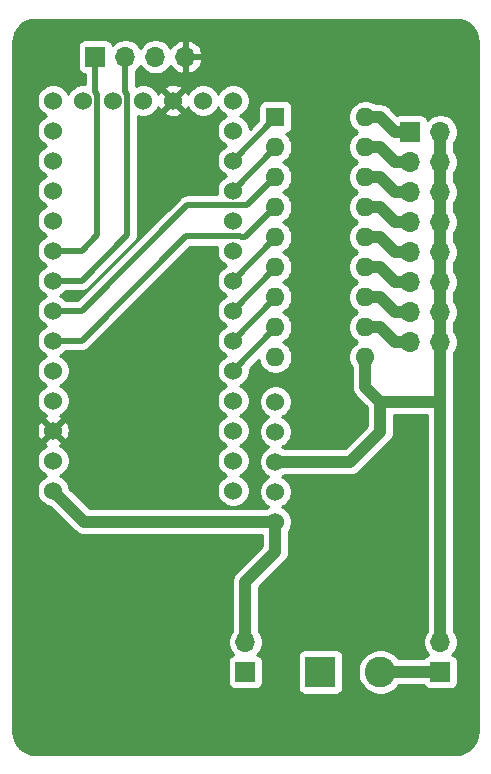
<source format=gbr>
G04 #@! TF.GenerationSoftware,KiCad,Pcbnew,(5.1.5)-3*
G04 #@! TF.CreationDate,2020-04-07T15:58:51+02:00*
G04 #@! TF.ProjectId,DrSquigglesController,44725371-7569-4676-976c-6573436f6e74,rev?*
G04 #@! TF.SameCoordinates,Original*
G04 #@! TF.FileFunction,Copper,L1,Top*
G04 #@! TF.FilePolarity,Positive*
%FSLAX46Y46*%
G04 Gerber Fmt 4.6, Leading zero omitted, Abs format (unit mm)*
G04 Created by KiCad (PCBNEW (5.1.5)-3) date 2020-04-07 15:58:51*
%MOMM*%
%LPD*%
G04 APERTURE LIST*
%ADD10O,1.700000X1.700000*%
%ADD11R,1.700000X1.700000*%
%ADD12C,1.524000*%
%ADD13O,1.600000X1.600000*%
%ADD14R,1.600000X1.600000*%
%ADD15C,2.600000*%
%ADD16R,2.600000X2.600000*%
%ADD17C,0.500000*%
%ADD18C,1.000000*%
%ADD19C,0.254000*%
G04 APERTURE END LIST*
D10*
X124460000Y-109220000D03*
D11*
X124460000Y-111760000D03*
D12*
X108176999Y-96406999D03*
X108176999Y-93866999D03*
X108176999Y-91326999D03*
X108176999Y-88786999D03*
X108176999Y-86246999D03*
X108176999Y-83706999D03*
X108176999Y-81166999D03*
X108176999Y-78626999D03*
X108176999Y-76086999D03*
X108176999Y-73546999D03*
X108176999Y-71006999D03*
X108176999Y-68466999D03*
X108176999Y-65926999D03*
X108176999Y-63386999D03*
X110716999Y-63386999D03*
X113256999Y-63386999D03*
X115796999Y-63386999D03*
X118336999Y-63386999D03*
X120876999Y-63386999D03*
X123416999Y-63386999D03*
X123416999Y-65926999D03*
X123416999Y-68466999D03*
X123416999Y-71006999D03*
X123416999Y-73546999D03*
X123416999Y-76086999D03*
X123416999Y-78626999D03*
X123416999Y-81166999D03*
X123416999Y-83706999D03*
X123416999Y-86246999D03*
X123416999Y-88786999D03*
X123416999Y-91326999D03*
X123416999Y-93866999D03*
X123416999Y-96406999D03*
D13*
X134620000Y-64770000D03*
X127000000Y-85090000D03*
X134620000Y-67310000D03*
X127000000Y-82550000D03*
X134620000Y-69850000D03*
X127000000Y-80010000D03*
X134620000Y-72390000D03*
X127000000Y-77470000D03*
X134620000Y-74930000D03*
X127000000Y-74930000D03*
X134620000Y-77470000D03*
X127000000Y-72390000D03*
X134620000Y-80010000D03*
X127000000Y-69850000D03*
X134620000Y-82550000D03*
X127000000Y-67310000D03*
X134620000Y-85090000D03*
D14*
X127000000Y-64770000D03*
D12*
X127000000Y-99060000D03*
X127000000Y-96520000D03*
X127000000Y-93980000D03*
X127000000Y-91440000D03*
X127000000Y-88900000D03*
D15*
X135890000Y-111760000D03*
D16*
X130810000Y-111760000D03*
D10*
X140970000Y-83820000D03*
X138430000Y-83820000D03*
X140970000Y-81280000D03*
X138430000Y-81280000D03*
X140970000Y-78740000D03*
X138430000Y-78740000D03*
X140970000Y-76200000D03*
X138430000Y-76200000D03*
X140970000Y-73660000D03*
X138430000Y-73660000D03*
X140970000Y-71120000D03*
X138430000Y-71120000D03*
X140970000Y-68580000D03*
X138430000Y-68580000D03*
X140970000Y-66040000D03*
D11*
X138430000Y-66040000D03*
D10*
X140970000Y-109220000D03*
D11*
X140970000Y-111760000D03*
D10*
X119380000Y-59690000D03*
X116840000Y-59690000D03*
X114300000Y-59690000D03*
D11*
X111760000Y-59690000D03*
D17*
X114469000Y-62805238D02*
X114469000Y-74761000D01*
X114300000Y-59690000D02*
X114300000Y-62636238D01*
X114300000Y-62636238D02*
X114469000Y-62805238D01*
X110603001Y-78626999D02*
X108176999Y-78626999D01*
X114469000Y-74761000D02*
X110603001Y-78626999D01*
X111929000Y-62805238D02*
X111929000Y-74761000D01*
X111760000Y-59690000D02*
X111760000Y-62636238D01*
X111760000Y-62636238D02*
X111929000Y-62805238D01*
X110603001Y-76086999D02*
X108176999Y-76086999D01*
X111929000Y-74761000D02*
X110603001Y-76086999D01*
D18*
X140970000Y-83820000D02*
X140970000Y-81280000D01*
X140970000Y-81280000D02*
X140970000Y-78740000D01*
X140970000Y-78740000D02*
X140970000Y-76200000D01*
X140970000Y-76200000D02*
X140970000Y-73660000D01*
X140970000Y-73660000D02*
X140970000Y-71120000D01*
X140970000Y-71120000D02*
X140970000Y-68580000D01*
X140970000Y-68580000D02*
X140970000Y-66040000D01*
X134620000Y-85090000D02*
X134620000Y-87630000D01*
X134620000Y-87630000D02*
X135890000Y-88900000D01*
X135890000Y-88900000D02*
X140970000Y-88900000D01*
X140970000Y-109220000D02*
X140970000Y-88900000D01*
X140970000Y-88900000D02*
X140970000Y-83820000D01*
X127000000Y-93980000D02*
X133350000Y-93980000D01*
X135890000Y-91440000D02*
X135890000Y-88900000D01*
X133350000Y-93980000D02*
X135890000Y-91440000D01*
X135890000Y-111760000D02*
X140970000Y-111760000D01*
X134620000Y-82550000D02*
X135890000Y-82550000D01*
X135890000Y-82550000D02*
X137160000Y-83820000D01*
X137160000Y-83820000D02*
X138430000Y-83820000D01*
X134620000Y-80010000D02*
X135890000Y-80010000D01*
X135890000Y-80010000D02*
X137160000Y-81280000D01*
X137160000Y-81280000D02*
X138430000Y-81280000D01*
X134620000Y-77470000D02*
X135890000Y-77470000D01*
X135890000Y-77470000D02*
X137160000Y-78740000D01*
X137160000Y-78740000D02*
X138430000Y-78740000D01*
X134620000Y-74930000D02*
X135890000Y-74930000D01*
X135890000Y-74930000D02*
X137160000Y-76200000D01*
X137160000Y-76200000D02*
X138430000Y-76200000D01*
X134620000Y-72390000D02*
X135890000Y-72390000D01*
X135890000Y-72390000D02*
X137160000Y-73660000D01*
X137160000Y-73660000D02*
X138430000Y-73660000D01*
X134620000Y-69850000D02*
X135890000Y-69850000D01*
X135890000Y-69850000D02*
X137160000Y-71120000D01*
X137160000Y-71120000D02*
X138430000Y-71120000D01*
X134620000Y-67310000D02*
X135890000Y-67310000D01*
X135890000Y-67310000D02*
X137160000Y-68580000D01*
X137160000Y-68580000D02*
X138430000Y-68580000D01*
X134620000Y-64770000D02*
X135890000Y-64770000D01*
X135890000Y-64770000D02*
X137160000Y-66040000D01*
X137160000Y-66040000D02*
X138430000Y-66040000D01*
X110830000Y-99060000D02*
X108176999Y-96406999D01*
X127000000Y-99060000D02*
X110830000Y-99060000D01*
D17*
X127000000Y-72390000D02*
X124460000Y-74930000D01*
X123998760Y-74874998D02*
X119435002Y-74874998D01*
X124460000Y-74930000D02*
X124053762Y-74930000D01*
X124053762Y-74930000D02*
X123998760Y-74874998D01*
X110603001Y-83706999D02*
X108176999Y-83706999D01*
X119435002Y-74874998D02*
X110603001Y-83706999D01*
X124631000Y-72219000D02*
X119551000Y-72219000D01*
X127000000Y-69850000D02*
X124631000Y-72219000D01*
X110603001Y-81166999D02*
X108176999Y-81166999D01*
X119551000Y-72219000D02*
X110603001Y-81166999D01*
X127000000Y-64883998D02*
X127000000Y-64770000D01*
X123416999Y-68466999D02*
X127000000Y-64883998D01*
X127000000Y-67423998D02*
X127000000Y-67310000D01*
X123416999Y-71006999D02*
X127000000Y-67423998D01*
X127000000Y-75043998D02*
X127000000Y-74930000D01*
X123416999Y-78626999D02*
X127000000Y-75043998D01*
X127000000Y-77583998D02*
X127000000Y-77470000D01*
X123416999Y-81166999D02*
X127000000Y-77583998D01*
X127000000Y-80123998D02*
X127000000Y-80010000D01*
X123416999Y-83706999D02*
X127000000Y-80123998D01*
X127000000Y-82663998D02*
X127000000Y-82550000D01*
X123416999Y-86246999D02*
X127000000Y-82663998D01*
D18*
X127000000Y-99060000D02*
X127000000Y-101600000D01*
X124460000Y-104140000D02*
X124460000Y-109220000D01*
X127000000Y-101600000D02*
X124460000Y-104140000D01*
D19*
G36*
X142604545Y-56578909D02*
G01*
X142955208Y-56684780D01*
X143278625Y-56856744D01*
X143562484Y-57088254D01*
X143795965Y-57370486D01*
X143970183Y-57692695D01*
X144078502Y-58042614D01*
X144120000Y-58437443D01*
X144120001Y-59657572D01*
X144120000Y-59657582D01*
X144120001Y-63467581D01*
X144120000Y-116807721D01*
X144081091Y-117204545D01*
X143975220Y-117555206D01*
X143803257Y-117878623D01*
X143571748Y-118162482D01*
X143289514Y-118395965D01*
X142967304Y-118570184D01*
X142617385Y-118678502D01*
X142222557Y-118720000D01*
X106712279Y-118720000D01*
X106315455Y-118681091D01*
X105964794Y-118575220D01*
X105641377Y-118403257D01*
X105357518Y-118171748D01*
X105124035Y-117889514D01*
X104949816Y-117567304D01*
X104841498Y-117217385D01*
X104800000Y-116822557D01*
X104800000Y-93729407D01*
X106779999Y-93729407D01*
X106779999Y-94004591D01*
X106833685Y-94274489D01*
X106938994Y-94528726D01*
X107091879Y-94757534D01*
X107286464Y-94952119D01*
X107515272Y-95105004D01*
X107592514Y-95136999D01*
X107515272Y-95168994D01*
X107286464Y-95321879D01*
X107091879Y-95516464D01*
X106938994Y-95745272D01*
X106833685Y-95999509D01*
X106779999Y-96269407D01*
X106779999Y-96544591D01*
X106833685Y-96814489D01*
X106938994Y-97068726D01*
X107091879Y-97297534D01*
X107286464Y-97492119D01*
X107515272Y-97645004D01*
X107769509Y-97750313D01*
X107951353Y-97786484D01*
X109988009Y-99823141D01*
X110023551Y-99866449D01*
X110196377Y-100008284D01*
X110393553Y-100113676D01*
X110607501Y-100178577D01*
X110830000Y-100200491D01*
X110885751Y-100195000D01*
X125865000Y-100195000D01*
X125865001Y-101129867D01*
X123696865Y-103298004D01*
X123653551Y-103333551D01*
X123511716Y-103506377D01*
X123406325Y-103703553D01*
X123406324Y-103703554D01*
X123341423Y-103917502D01*
X123319509Y-104140000D01*
X123325000Y-104195752D01*
X123325001Y-108254892D01*
X123306525Y-108273368D01*
X123144010Y-108516589D01*
X123032068Y-108786842D01*
X122975000Y-109073740D01*
X122975000Y-109366260D01*
X123032068Y-109653158D01*
X123144010Y-109923411D01*
X123306525Y-110166632D01*
X123438380Y-110298487D01*
X123365820Y-110320498D01*
X123255506Y-110379463D01*
X123158815Y-110458815D01*
X123079463Y-110555506D01*
X123020498Y-110665820D01*
X122984188Y-110785518D01*
X122971928Y-110910000D01*
X122971928Y-112610000D01*
X122984188Y-112734482D01*
X123020498Y-112854180D01*
X123079463Y-112964494D01*
X123158815Y-113061185D01*
X123255506Y-113140537D01*
X123365820Y-113199502D01*
X123485518Y-113235812D01*
X123610000Y-113248072D01*
X125310000Y-113248072D01*
X125434482Y-113235812D01*
X125554180Y-113199502D01*
X125664494Y-113140537D01*
X125761185Y-113061185D01*
X125840537Y-112964494D01*
X125899502Y-112854180D01*
X125935812Y-112734482D01*
X125948072Y-112610000D01*
X125948072Y-110910000D01*
X125935812Y-110785518D01*
X125899502Y-110665820D01*
X125840537Y-110555506D01*
X125762158Y-110460000D01*
X128871928Y-110460000D01*
X128871928Y-113060000D01*
X128884188Y-113184482D01*
X128920498Y-113304180D01*
X128979463Y-113414494D01*
X129058815Y-113511185D01*
X129155506Y-113590537D01*
X129265820Y-113649502D01*
X129385518Y-113685812D01*
X129510000Y-113698072D01*
X132110000Y-113698072D01*
X132234482Y-113685812D01*
X132354180Y-113649502D01*
X132464494Y-113590537D01*
X132561185Y-113511185D01*
X132640537Y-113414494D01*
X132699502Y-113304180D01*
X132735812Y-113184482D01*
X132748072Y-113060000D01*
X132748072Y-110460000D01*
X132735812Y-110335518D01*
X132699502Y-110215820D01*
X132640537Y-110105506D01*
X132561185Y-110008815D01*
X132464494Y-109929463D01*
X132354180Y-109870498D01*
X132234482Y-109834188D01*
X132110000Y-109821928D01*
X129510000Y-109821928D01*
X129385518Y-109834188D01*
X129265820Y-109870498D01*
X129155506Y-109929463D01*
X129058815Y-110008815D01*
X128979463Y-110105506D01*
X128920498Y-110215820D01*
X128884188Y-110335518D01*
X128871928Y-110460000D01*
X125762158Y-110460000D01*
X125761185Y-110458815D01*
X125664494Y-110379463D01*
X125554180Y-110320498D01*
X125481620Y-110298487D01*
X125613475Y-110166632D01*
X125775990Y-109923411D01*
X125887932Y-109653158D01*
X125945000Y-109366260D01*
X125945000Y-109073740D01*
X125887932Y-108786842D01*
X125775990Y-108516589D01*
X125613475Y-108273368D01*
X125595000Y-108254893D01*
X125595000Y-104610131D01*
X127763141Y-102441991D01*
X127806449Y-102406449D01*
X127948284Y-102233623D01*
X128053676Y-102036447D01*
X128118577Y-101822499D01*
X128135000Y-101655752D01*
X128135000Y-101655743D01*
X128140490Y-101600001D01*
X128135000Y-101544259D01*
X128135000Y-99875884D01*
X128238005Y-99721727D01*
X128343314Y-99467490D01*
X128397000Y-99197592D01*
X128397000Y-98922408D01*
X128343314Y-98652510D01*
X128238005Y-98398273D01*
X128085120Y-98169465D01*
X127890535Y-97974880D01*
X127661727Y-97821995D01*
X127584485Y-97790000D01*
X127661727Y-97758005D01*
X127890535Y-97605120D01*
X128085120Y-97410535D01*
X128238005Y-97181727D01*
X128343314Y-96927490D01*
X128397000Y-96657592D01*
X128397000Y-96382408D01*
X128343314Y-96112510D01*
X128238005Y-95858273D01*
X128085120Y-95629465D01*
X127890535Y-95434880D01*
X127661727Y-95281995D01*
X127584485Y-95250000D01*
X127661727Y-95218005D01*
X127815884Y-95115000D01*
X133294249Y-95115000D01*
X133350000Y-95120491D01*
X133405751Y-95115000D01*
X133405752Y-95115000D01*
X133572499Y-95098577D01*
X133786447Y-95033676D01*
X133983623Y-94928284D01*
X134156449Y-94786449D01*
X134191996Y-94743135D01*
X136653141Y-92281991D01*
X136696449Y-92246449D01*
X136838284Y-92073623D01*
X136943676Y-91876447D01*
X137008577Y-91662499D01*
X137025000Y-91495752D01*
X137025000Y-91495743D01*
X137030490Y-91440001D01*
X137025000Y-91384259D01*
X137025000Y-90035000D01*
X139835001Y-90035000D01*
X139835000Y-108254893D01*
X139816525Y-108273368D01*
X139654010Y-108516589D01*
X139542068Y-108786842D01*
X139485000Y-109073740D01*
X139485000Y-109366260D01*
X139542068Y-109653158D01*
X139654010Y-109923411D01*
X139816525Y-110166632D01*
X139948380Y-110298487D01*
X139875820Y-110320498D01*
X139765506Y-110379463D01*
X139668815Y-110458815D01*
X139589463Y-110555506D01*
X139552317Y-110625000D01*
X137458822Y-110625000D01*
X137393013Y-110526509D01*
X137123491Y-110256987D01*
X136806566Y-110045225D01*
X136454419Y-109899361D01*
X136080581Y-109825000D01*
X135699419Y-109825000D01*
X135325581Y-109899361D01*
X134973434Y-110045225D01*
X134656509Y-110256987D01*
X134386987Y-110526509D01*
X134175225Y-110843434D01*
X134029361Y-111195581D01*
X133955000Y-111569419D01*
X133955000Y-111950581D01*
X134029361Y-112324419D01*
X134175225Y-112676566D01*
X134386987Y-112993491D01*
X134656509Y-113263013D01*
X134973434Y-113474775D01*
X135325581Y-113620639D01*
X135699419Y-113695000D01*
X136080581Y-113695000D01*
X136454419Y-113620639D01*
X136806566Y-113474775D01*
X137123491Y-113263013D01*
X137393013Y-112993491D01*
X137458822Y-112895000D01*
X139552317Y-112895000D01*
X139589463Y-112964494D01*
X139668815Y-113061185D01*
X139765506Y-113140537D01*
X139875820Y-113199502D01*
X139995518Y-113235812D01*
X140120000Y-113248072D01*
X141820000Y-113248072D01*
X141944482Y-113235812D01*
X142064180Y-113199502D01*
X142174494Y-113140537D01*
X142271185Y-113061185D01*
X142350537Y-112964494D01*
X142409502Y-112854180D01*
X142445812Y-112734482D01*
X142458072Y-112610000D01*
X142458072Y-110910000D01*
X142445812Y-110785518D01*
X142409502Y-110665820D01*
X142350537Y-110555506D01*
X142271185Y-110458815D01*
X142174494Y-110379463D01*
X142064180Y-110320498D01*
X141991620Y-110298487D01*
X142123475Y-110166632D01*
X142285990Y-109923411D01*
X142397932Y-109653158D01*
X142455000Y-109366260D01*
X142455000Y-109073740D01*
X142397932Y-108786842D01*
X142285990Y-108516589D01*
X142123475Y-108273368D01*
X142105000Y-108254893D01*
X142105000Y-88955751D01*
X142110491Y-88900000D01*
X142105000Y-88844248D01*
X142105000Y-84785107D01*
X142123475Y-84766632D01*
X142285990Y-84523411D01*
X142397932Y-84253158D01*
X142455000Y-83966260D01*
X142455000Y-83673740D01*
X142397932Y-83386842D01*
X142285990Y-83116589D01*
X142123475Y-82873368D01*
X142105000Y-82854893D01*
X142105000Y-82245107D01*
X142123475Y-82226632D01*
X142285990Y-81983411D01*
X142397932Y-81713158D01*
X142455000Y-81426260D01*
X142455000Y-81133740D01*
X142397932Y-80846842D01*
X142285990Y-80576589D01*
X142123475Y-80333368D01*
X142105000Y-80314893D01*
X142105000Y-79705107D01*
X142123475Y-79686632D01*
X142285990Y-79443411D01*
X142397932Y-79173158D01*
X142455000Y-78886260D01*
X142455000Y-78593740D01*
X142397932Y-78306842D01*
X142285990Y-78036589D01*
X142123475Y-77793368D01*
X142105000Y-77774893D01*
X142105000Y-77165107D01*
X142123475Y-77146632D01*
X142285990Y-76903411D01*
X142397932Y-76633158D01*
X142455000Y-76346260D01*
X142455000Y-76053740D01*
X142397932Y-75766842D01*
X142285990Y-75496589D01*
X142123475Y-75253368D01*
X142105000Y-75234893D01*
X142105000Y-74625107D01*
X142123475Y-74606632D01*
X142285990Y-74363411D01*
X142397932Y-74093158D01*
X142455000Y-73806260D01*
X142455000Y-73513740D01*
X142397932Y-73226842D01*
X142285990Y-72956589D01*
X142123475Y-72713368D01*
X142105000Y-72694893D01*
X142105000Y-72085107D01*
X142123475Y-72066632D01*
X142285990Y-71823411D01*
X142397932Y-71553158D01*
X142455000Y-71266260D01*
X142455000Y-70973740D01*
X142397932Y-70686842D01*
X142285990Y-70416589D01*
X142123475Y-70173368D01*
X142105000Y-70154893D01*
X142105000Y-69545107D01*
X142123475Y-69526632D01*
X142285990Y-69283411D01*
X142397932Y-69013158D01*
X142455000Y-68726260D01*
X142455000Y-68433740D01*
X142397932Y-68146842D01*
X142285990Y-67876589D01*
X142123475Y-67633368D01*
X142105000Y-67614893D01*
X142105000Y-67005107D01*
X142123475Y-66986632D01*
X142285990Y-66743411D01*
X142397932Y-66473158D01*
X142455000Y-66186260D01*
X142455000Y-65893740D01*
X142397932Y-65606842D01*
X142285990Y-65336589D01*
X142123475Y-65093368D01*
X141916632Y-64886525D01*
X141673411Y-64724010D01*
X141403158Y-64612068D01*
X141116260Y-64555000D01*
X140823740Y-64555000D01*
X140536842Y-64612068D01*
X140266589Y-64724010D01*
X140023368Y-64886525D01*
X139891513Y-65018380D01*
X139869502Y-64945820D01*
X139810537Y-64835506D01*
X139731185Y-64738815D01*
X139634494Y-64659463D01*
X139524180Y-64600498D01*
X139404482Y-64564188D01*
X139280000Y-64551928D01*
X137580000Y-64551928D01*
X137455518Y-64564188D01*
X137335820Y-64600498D01*
X137329179Y-64604048D01*
X136731996Y-64006865D01*
X136696449Y-63963551D01*
X136523623Y-63821716D01*
X136326447Y-63716324D01*
X136112499Y-63651423D01*
X135945752Y-63635000D01*
X135945751Y-63635000D01*
X135890000Y-63629509D01*
X135834249Y-63635000D01*
X135504284Y-63635000D01*
X135299727Y-63498320D01*
X135038574Y-63390147D01*
X134761335Y-63335000D01*
X134478665Y-63335000D01*
X134201426Y-63390147D01*
X133940273Y-63498320D01*
X133705241Y-63655363D01*
X133505363Y-63855241D01*
X133348320Y-64090273D01*
X133240147Y-64351426D01*
X133185000Y-64628665D01*
X133185000Y-64911335D01*
X133240147Y-65188574D01*
X133348320Y-65449727D01*
X133505363Y-65684759D01*
X133705241Y-65884637D01*
X133937759Y-66040000D01*
X133705241Y-66195363D01*
X133505363Y-66395241D01*
X133348320Y-66630273D01*
X133240147Y-66891426D01*
X133185000Y-67168665D01*
X133185000Y-67451335D01*
X133240147Y-67728574D01*
X133348320Y-67989727D01*
X133505363Y-68224759D01*
X133705241Y-68424637D01*
X133937759Y-68580000D01*
X133705241Y-68735363D01*
X133505363Y-68935241D01*
X133348320Y-69170273D01*
X133240147Y-69431426D01*
X133185000Y-69708665D01*
X133185000Y-69991335D01*
X133240147Y-70268574D01*
X133348320Y-70529727D01*
X133505363Y-70764759D01*
X133705241Y-70964637D01*
X133937759Y-71120000D01*
X133705241Y-71275363D01*
X133505363Y-71475241D01*
X133348320Y-71710273D01*
X133240147Y-71971426D01*
X133185000Y-72248665D01*
X133185000Y-72531335D01*
X133240147Y-72808574D01*
X133348320Y-73069727D01*
X133505363Y-73304759D01*
X133705241Y-73504637D01*
X133937759Y-73660000D01*
X133705241Y-73815363D01*
X133505363Y-74015241D01*
X133348320Y-74250273D01*
X133240147Y-74511426D01*
X133185000Y-74788665D01*
X133185000Y-75071335D01*
X133240147Y-75348574D01*
X133348320Y-75609727D01*
X133505363Y-75844759D01*
X133705241Y-76044637D01*
X133937759Y-76200000D01*
X133705241Y-76355363D01*
X133505363Y-76555241D01*
X133348320Y-76790273D01*
X133240147Y-77051426D01*
X133185000Y-77328665D01*
X133185000Y-77611335D01*
X133240147Y-77888574D01*
X133348320Y-78149727D01*
X133505363Y-78384759D01*
X133705241Y-78584637D01*
X133937759Y-78740000D01*
X133705241Y-78895363D01*
X133505363Y-79095241D01*
X133348320Y-79330273D01*
X133240147Y-79591426D01*
X133185000Y-79868665D01*
X133185000Y-80151335D01*
X133240147Y-80428574D01*
X133348320Y-80689727D01*
X133505363Y-80924759D01*
X133705241Y-81124637D01*
X133937759Y-81280000D01*
X133705241Y-81435363D01*
X133505363Y-81635241D01*
X133348320Y-81870273D01*
X133240147Y-82131426D01*
X133185000Y-82408665D01*
X133185000Y-82691335D01*
X133240147Y-82968574D01*
X133348320Y-83229727D01*
X133505363Y-83464759D01*
X133705241Y-83664637D01*
X133937759Y-83820000D01*
X133705241Y-83975363D01*
X133505363Y-84175241D01*
X133348320Y-84410273D01*
X133240147Y-84671426D01*
X133185000Y-84948665D01*
X133185000Y-85231335D01*
X133240147Y-85508574D01*
X133348320Y-85769727D01*
X133485000Y-85974284D01*
X133485001Y-87574239D01*
X133479509Y-87630000D01*
X133501423Y-87852498D01*
X133566324Y-88066446D01*
X133566325Y-88066447D01*
X133671717Y-88263623D01*
X133813552Y-88436449D01*
X133856860Y-88471991D01*
X134755001Y-89370133D01*
X134755000Y-90969868D01*
X132879869Y-92845000D01*
X127815884Y-92845000D01*
X127661727Y-92741995D01*
X127584485Y-92710000D01*
X127661727Y-92678005D01*
X127890535Y-92525120D01*
X128085120Y-92330535D01*
X128238005Y-92101727D01*
X128343314Y-91847490D01*
X128397000Y-91577592D01*
X128397000Y-91302408D01*
X128343314Y-91032510D01*
X128238005Y-90778273D01*
X128085120Y-90549465D01*
X127890535Y-90354880D01*
X127661727Y-90201995D01*
X127584485Y-90170000D01*
X127661727Y-90138005D01*
X127890535Y-89985120D01*
X128085120Y-89790535D01*
X128238005Y-89561727D01*
X128343314Y-89307490D01*
X128397000Y-89037592D01*
X128397000Y-88762408D01*
X128343314Y-88492510D01*
X128238005Y-88238273D01*
X128085120Y-88009465D01*
X127890535Y-87814880D01*
X127661727Y-87661995D01*
X127407490Y-87556686D01*
X127137592Y-87503000D01*
X126862408Y-87503000D01*
X126592510Y-87556686D01*
X126338273Y-87661995D01*
X126109465Y-87814880D01*
X125914880Y-88009465D01*
X125761995Y-88238273D01*
X125656686Y-88492510D01*
X125603000Y-88762408D01*
X125603000Y-89037592D01*
X125656686Y-89307490D01*
X125761995Y-89561727D01*
X125914880Y-89790535D01*
X126109465Y-89985120D01*
X126338273Y-90138005D01*
X126415515Y-90170000D01*
X126338273Y-90201995D01*
X126109465Y-90354880D01*
X125914880Y-90549465D01*
X125761995Y-90778273D01*
X125656686Y-91032510D01*
X125603000Y-91302408D01*
X125603000Y-91577592D01*
X125656686Y-91847490D01*
X125761995Y-92101727D01*
X125914880Y-92330535D01*
X126109465Y-92525120D01*
X126338273Y-92678005D01*
X126415515Y-92710000D01*
X126338273Y-92741995D01*
X126109465Y-92894880D01*
X125914880Y-93089465D01*
X125761995Y-93318273D01*
X125656686Y-93572510D01*
X125603000Y-93842408D01*
X125603000Y-94117592D01*
X125656686Y-94387490D01*
X125761995Y-94641727D01*
X125914880Y-94870535D01*
X126109465Y-95065120D01*
X126338273Y-95218005D01*
X126415515Y-95250000D01*
X126338273Y-95281995D01*
X126109465Y-95434880D01*
X125914880Y-95629465D01*
X125761995Y-95858273D01*
X125656686Y-96112510D01*
X125603000Y-96382408D01*
X125603000Y-96657592D01*
X125656686Y-96927490D01*
X125761995Y-97181727D01*
X125914880Y-97410535D01*
X126109465Y-97605120D01*
X126338273Y-97758005D01*
X126415515Y-97790000D01*
X126338273Y-97821995D01*
X126184116Y-97925000D01*
X111300132Y-97925000D01*
X109556484Y-96181353D01*
X109520313Y-95999509D01*
X109415004Y-95745272D01*
X109262119Y-95516464D01*
X109067534Y-95321879D01*
X108838726Y-95168994D01*
X108761484Y-95136999D01*
X108838726Y-95105004D01*
X109067534Y-94952119D01*
X109262119Y-94757534D01*
X109415004Y-94528726D01*
X109520313Y-94274489D01*
X109573999Y-94004591D01*
X109573999Y-93729407D01*
X109520313Y-93459509D01*
X109415004Y-93205272D01*
X109262119Y-92976464D01*
X109067534Y-92781879D01*
X108838726Y-92628994D01*
X108767056Y-92599307D01*
X108780022Y-92594635D01*
X108895979Y-92532655D01*
X108962959Y-92292564D01*
X108176999Y-91506604D01*
X107391039Y-92292564D01*
X107458019Y-92532655D01*
X107593759Y-92596484D01*
X107515272Y-92628994D01*
X107286464Y-92781879D01*
X107091879Y-92976464D01*
X106938994Y-93205272D01*
X106833685Y-93459509D01*
X106779999Y-93729407D01*
X104800000Y-93729407D01*
X104800000Y-91399016D01*
X106775089Y-91399016D01*
X106816077Y-91671132D01*
X106909363Y-91930022D01*
X106971343Y-92045979D01*
X107211434Y-92112959D01*
X107997394Y-91326999D01*
X108356604Y-91326999D01*
X109142564Y-92112959D01*
X109382655Y-92045979D01*
X109499755Y-91796951D01*
X109566022Y-91529864D01*
X109578909Y-91254982D01*
X109537921Y-90982866D01*
X109444635Y-90723976D01*
X109382655Y-90608019D01*
X109142564Y-90541039D01*
X108356604Y-91326999D01*
X107997394Y-91326999D01*
X107211434Y-90541039D01*
X106971343Y-90608019D01*
X106854243Y-90857047D01*
X106787976Y-91124134D01*
X106775089Y-91399016D01*
X104800000Y-91399016D01*
X104800000Y-63249407D01*
X106779999Y-63249407D01*
X106779999Y-63524591D01*
X106833685Y-63794489D01*
X106938994Y-64048726D01*
X107091879Y-64277534D01*
X107286464Y-64472119D01*
X107515272Y-64625004D01*
X107592514Y-64656999D01*
X107515272Y-64688994D01*
X107286464Y-64841879D01*
X107091879Y-65036464D01*
X106938994Y-65265272D01*
X106833685Y-65519509D01*
X106779999Y-65789407D01*
X106779999Y-66064591D01*
X106833685Y-66334489D01*
X106938994Y-66588726D01*
X107091879Y-66817534D01*
X107286464Y-67012119D01*
X107515272Y-67165004D01*
X107592514Y-67196999D01*
X107515272Y-67228994D01*
X107286464Y-67381879D01*
X107091879Y-67576464D01*
X106938994Y-67805272D01*
X106833685Y-68059509D01*
X106779999Y-68329407D01*
X106779999Y-68604591D01*
X106833685Y-68874489D01*
X106938994Y-69128726D01*
X107091879Y-69357534D01*
X107286464Y-69552119D01*
X107515272Y-69705004D01*
X107592514Y-69736999D01*
X107515272Y-69768994D01*
X107286464Y-69921879D01*
X107091879Y-70116464D01*
X106938994Y-70345272D01*
X106833685Y-70599509D01*
X106779999Y-70869407D01*
X106779999Y-71144591D01*
X106833685Y-71414489D01*
X106938994Y-71668726D01*
X107091879Y-71897534D01*
X107286464Y-72092119D01*
X107515272Y-72245004D01*
X107592514Y-72276999D01*
X107515272Y-72308994D01*
X107286464Y-72461879D01*
X107091879Y-72656464D01*
X106938994Y-72885272D01*
X106833685Y-73139509D01*
X106779999Y-73409407D01*
X106779999Y-73684591D01*
X106833685Y-73954489D01*
X106938994Y-74208726D01*
X107091879Y-74437534D01*
X107286464Y-74632119D01*
X107515272Y-74785004D01*
X107592514Y-74816999D01*
X107515272Y-74848994D01*
X107286464Y-75001879D01*
X107091879Y-75196464D01*
X106938994Y-75425272D01*
X106833685Y-75679509D01*
X106779999Y-75949407D01*
X106779999Y-76224591D01*
X106833685Y-76494489D01*
X106938994Y-76748726D01*
X107091879Y-76977534D01*
X107286464Y-77172119D01*
X107515272Y-77325004D01*
X107592514Y-77356999D01*
X107515272Y-77388994D01*
X107286464Y-77541879D01*
X107091879Y-77736464D01*
X106938994Y-77965272D01*
X106833685Y-78219509D01*
X106779999Y-78489407D01*
X106779999Y-78764591D01*
X106833685Y-79034489D01*
X106938994Y-79288726D01*
X107091879Y-79517534D01*
X107286464Y-79712119D01*
X107515272Y-79865004D01*
X107592514Y-79896999D01*
X107515272Y-79928994D01*
X107286464Y-80081879D01*
X107091879Y-80276464D01*
X106938994Y-80505272D01*
X106833685Y-80759509D01*
X106779999Y-81029407D01*
X106779999Y-81304591D01*
X106833685Y-81574489D01*
X106938994Y-81828726D01*
X107091879Y-82057534D01*
X107286464Y-82252119D01*
X107515272Y-82405004D01*
X107592514Y-82436999D01*
X107515272Y-82468994D01*
X107286464Y-82621879D01*
X107091879Y-82816464D01*
X106938994Y-83045272D01*
X106833685Y-83299509D01*
X106779999Y-83569407D01*
X106779999Y-83844591D01*
X106833685Y-84114489D01*
X106938994Y-84368726D01*
X107091879Y-84597534D01*
X107286464Y-84792119D01*
X107515272Y-84945004D01*
X107592514Y-84976999D01*
X107515272Y-85008994D01*
X107286464Y-85161879D01*
X107091879Y-85356464D01*
X106938994Y-85585272D01*
X106833685Y-85839509D01*
X106779999Y-86109407D01*
X106779999Y-86384591D01*
X106833685Y-86654489D01*
X106938994Y-86908726D01*
X107091879Y-87137534D01*
X107286464Y-87332119D01*
X107515272Y-87485004D01*
X107592514Y-87516999D01*
X107515272Y-87548994D01*
X107286464Y-87701879D01*
X107091879Y-87896464D01*
X106938994Y-88125272D01*
X106833685Y-88379509D01*
X106779999Y-88649407D01*
X106779999Y-88924591D01*
X106833685Y-89194489D01*
X106938994Y-89448726D01*
X107091879Y-89677534D01*
X107286464Y-89872119D01*
X107515272Y-90025004D01*
X107586942Y-90054691D01*
X107573976Y-90059363D01*
X107458019Y-90121343D01*
X107391039Y-90361434D01*
X108176999Y-91147394D01*
X108962959Y-90361434D01*
X108895979Y-90121343D01*
X108760239Y-90057514D01*
X108838726Y-90025004D01*
X109067534Y-89872119D01*
X109262119Y-89677534D01*
X109415004Y-89448726D01*
X109520313Y-89194489D01*
X109573999Y-88924591D01*
X109573999Y-88649407D01*
X109520313Y-88379509D01*
X109415004Y-88125272D01*
X109262119Y-87896464D01*
X109067534Y-87701879D01*
X108838726Y-87548994D01*
X108761484Y-87516999D01*
X108838726Y-87485004D01*
X109067534Y-87332119D01*
X109262119Y-87137534D01*
X109415004Y-86908726D01*
X109520313Y-86654489D01*
X109573999Y-86384591D01*
X109573999Y-86109407D01*
X109520313Y-85839509D01*
X109415004Y-85585272D01*
X109262119Y-85356464D01*
X109067534Y-85161879D01*
X108838726Y-85008994D01*
X108761484Y-84976999D01*
X108838726Y-84945004D01*
X109067534Y-84792119D01*
X109262119Y-84597534D01*
X109265817Y-84591999D01*
X110559532Y-84591999D01*
X110603001Y-84596280D01*
X110646470Y-84591999D01*
X110646478Y-84591999D01*
X110776491Y-84579194D01*
X110943314Y-84528588D01*
X111097060Y-84446410D01*
X111231818Y-84335816D01*
X111259535Y-84302043D01*
X119801581Y-75759998D01*
X122057675Y-75759998D01*
X122019999Y-75949407D01*
X122019999Y-76224591D01*
X122073685Y-76494489D01*
X122178994Y-76748726D01*
X122331879Y-76977534D01*
X122526464Y-77172119D01*
X122755272Y-77325004D01*
X122832514Y-77356999D01*
X122755272Y-77388994D01*
X122526464Y-77541879D01*
X122331879Y-77736464D01*
X122178994Y-77965272D01*
X122073685Y-78219509D01*
X122019999Y-78489407D01*
X122019999Y-78764591D01*
X122073685Y-79034489D01*
X122178994Y-79288726D01*
X122331879Y-79517534D01*
X122526464Y-79712119D01*
X122755272Y-79865004D01*
X122832514Y-79896999D01*
X122755272Y-79928994D01*
X122526464Y-80081879D01*
X122331879Y-80276464D01*
X122178994Y-80505272D01*
X122073685Y-80759509D01*
X122019999Y-81029407D01*
X122019999Y-81304591D01*
X122073685Y-81574489D01*
X122178994Y-81828726D01*
X122331879Y-82057534D01*
X122526464Y-82252119D01*
X122755272Y-82405004D01*
X122832514Y-82436999D01*
X122755272Y-82468994D01*
X122526464Y-82621879D01*
X122331879Y-82816464D01*
X122178994Y-83045272D01*
X122073685Y-83299509D01*
X122019999Y-83569407D01*
X122019999Y-83844591D01*
X122073685Y-84114489D01*
X122178994Y-84368726D01*
X122331879Y-84597534D01*
X122526464Y-84792119D01*
X122755272Y-84945004D01*
X122832514Y-84976999D01*
X122755272Y-85008994D01*
X122526464Y-85161879D01*
X122331879Y-85356464D01*
X122178994Y-85585272D01*
X122073685Y-85839509D01*
X122019999Y-86109407D01*
X122019999Y-86384591D01*
X122073685Y-86654489D01*
X122178994Y-86908726D01*
X122331879Y-87137534D01*
X122526464Y-87332119D01*
X122755272Y-87485004D01*
X122832514Y-87516999D01*
X122755272Y-87548994D01*
X122526464Y-87701879D01*
X122331879Y-87896464D01*
X122178994Y-88125272D01*
X122073685Y-88379509D01*
X122019999Y-88649407D01*
X122019999Y-88924591D01*
X122073685Y-89194489D01*
X122178994Y-89448726D01*
X122331879Y-89677534D01*
X122526464Y-89872119D01*
X122755272Y-90025004D01*
X122832514Y-90056999D01*
X122755272Y-90088994D01*
X122526464Y-90241879D01*
X122331879Y-90436464D01*
X122178994Y-90665272D01*
X122073685Y-90919509D01*
X122019999Y-91189407D01*
X122019999Y-91464591D01*
X122073685Y-91734489D01*
X122178994Y-91988726D01*
X122331879Y-92217534D01*
X122526464Y-92412119D01*
X122755272Y-92565004D01*
X122832514Y-92596999D01*
X122755272Y-92628994D01*
X122526464Y-92781879D01*
X122331879Y-92976464D01*
X122178994Y-93205272D01*
X122073685Y-93459509D01*
X122019999Y-93729407D01*
X122019999Y-94004591D01*
X122073685Y-94274489D01*
X122178994Y-94528726D01*
X122331879Y-94757534D01*
X122526464Y-94952119D01*
X122755272Y-95105004D01*
X122832514Y-95136999D01*
X122755272Y-95168994D01*
X122526464Y-95321879D01*
X122331879Y-95516464D01*
X122178994Y-95745272D01*
X122073685Y-95999509D01*
X122019999Y-96269407D01*
X122019999Y-96544591D01*
X122073685Y-96814489D01*
X122178994Y-97068726D01*
X122331879Y-97297534D01*
X122526464Y-97492119D01*
X122755272Y-97645004D01*
X123009509Y-97750313D01*
X123279407Y-97803999D01*
X123554591Y-97803999D01*
X123824489Y-97750313D01*
X124078726Y-97645004D01*
X124307534Y-97492119D01*
X124502119Y-97297534D01*
X124655004Y-97068726D01*
X124760313Y-96814489D01*
X124813999Y-96544591D01*
X124813999Y-96269407D01*
X124760313Y-95999509D01*
X124655004Y-95745272D01*
X124502119Y-95516464D01*
X124307534Y-95321879D01*
X124078726Y-95168994D01*
X124001484Y-95136999D01*
X124078726Y-95105004D01*
X124307534Y-94952119D01*
X124502119Y-94757534D01*
X124655004Y-94528726D01*
X124760313Y-94274489D01*
X124813999Y-94004591D01*
X124813999Y-93729407D01*
X124760313Y-93459509D01*
X124655004Y-93205272D01*
X124502119Y-92976464D01*
X124307534Y-92781879D01*
X124078726Y-92628994D01*
X124001484Y-92596999D01*
X124078726Y-92565004D01*
X124307534Y-92412119D01*
X124502119Y-92217534D01*
X124655004Y-91988726D01*
X124760313Y-91734489D01*
X124813999Y-91464591D01*
X124813999Y-91189407D01*
X124760313Y-90919509D01*
X124655004Y-90665272D01*
X124502119Y-90436464D01*
X124307534Y-90241879D01*
X124078726Y-90088994D01*
X124001484Y-90056999D01*
X124078726Y-90025004D01*
X124307534Y-89872119D01*
X124502119Y-89677534D01*
X124655004Y-89448726D01*
X124760313Y-89194489D01*
X124813999Y-88924591D01*
X124813999Y-88649407D01*
X124760313Y-88379509D01*
X124655004Y-88125272D01*
X124502119Y-87896464D01*
X124307534Y-87701879D01*
X124078726Y-87548994D01*
X124001484Y-87516999D01*
X124078726Y-87485004D01*
X124307534Y-87332119D01*
X124502119Y-87137534D01*
X124655004Y-86908726D01*
X124760313Y-86654489D01*
X124813999Y-86384591D01*
X124813999Y-86109407D01*
X124812700Y-86102876D01*
X125584784Y-85330793D01*
X125620147Y-85508574D01*
X125728320Y-85769727D01*
X125885363Y-86004759D01*
X126085241Y-86204637D01*
X126320273Y-86361680D01*
X126581426Y-86469853D01*
X126858665Y-86525000D01*
X127141335Y-86525000D01*
X127418574Y-86469853D01*
X127679727Y-86361680D01*
X127914759Y-86204637D01*
X128114637Y-86004759D01*
X128271680Y-85769727D01*
X128379853Y-85508574D01*
X128435000Y-85231335D01*
X128435000Y-84948665D01*
X128379853Y-84671426D01*
X128271680Y-84410273D01*
X128114637Y-84175241D01*
X127914759Y-83975363D01*
X127682241Y-83820000D01*
X127914759Y-83664637D01*
X128114637Y-83464759D01*
X128271680Y-83229727D01*
X128379853Y-82968574D01*
X128435000Y-82691335D01*
X128435000Y-82408665D01*
X128379853Y-82131426D01*
X128271680Y-81870273D01*
X128114637Y-81635241D01*
X127914759Y-81435363D01*
X127682241Y-81280000D01*
X127914759Y-81124637D01*
X128114637Y-80924759D01*
X128271680Y-80689727D01*
X128379853Y-80428574D01*
X128435000Y-80151335D01*
X128435000Y-79868665D01*
X128379853Y-79591426D01*
X128271680Y-79330273D01*
X128114637Y-79095241D01*
X127914759Y-78895363D01*
X127682241Y-78740000D01*
X127914759Y-78584637D01*
X128114637Y-78384759D01*
X128271680Y-78149727D01*
X128379853Y-77888574D01*
X128435000Y-77611335D01*
X128435000Y-77328665D01*
X128379853Y-77051426D01*
X128271680Y-76790273D01*
X128114637Y-76555241D01*
X127914759Y-76355363D01*
X127682241Y-76200000D01*
X127914759Y-76044637D01*
X128114637Y-75844759D01*
X128271680Y-75609727D01*
X128379853Y-75348574D01*
X128435000Y-75071335D01*
X128435000Y-74788665D01*
X128379853Y-74511426D01*
X128271680Y-74250273D01*
X128114637Y-74015241D01*
X127914759Y-73815363D01*
X127682241Y-73660000D01*
X127914759Y-73504637D01*
X128114637Y-73304759D01*
X128271680Y-73069727D01*
X128379853Y-72808574D01*
X128435000Y-72531335D01*
X128435000Y-72248665D01*
X128379853Y-71971426D01*
X128271680Y-71710273D01*
X128114637Y-71475241D01*
X127914759Y-71275363D01*
X127682241Y-71120000D01*
X127914759Y-70964637D01*
X128114637Y-70764759D01*
X128271680Y-70529727D01*
X128379853Y-70268574D01*
X128435000Y-69991335D01*
X128435000Y-69708665D01*
X128379853Y-69431426D01*
X128271680Y-69170273D01*
X128114637Y-68935241D01*
X127914759Y-68735363D01*
X127682241Y-68580000D01*
X127914759Y-68424637D01*
X128114637Y-68224759D01*
X128271680Y-67989727D01*
X128379853Y-67728574D01*
X128435000Y-67451335D01*
X128435000Y-67168665D01*
X128379853Y-66891426D01*
X128271680Y-66630273D01*
X128114637Y-66395241D01*
X127916039Y-66196643D01*
X127924482Y-66195812D01*
X128044180Y-66159502D01*
X128154494Y-66100537D01*
X128251185Y-66021185D01*
X128330537Y-65924494D01*
X128389502Y-65814180D01*
X128425812Y-65694482D01*
X128438072Y-65570000D01*
X128438072Y-63970000D01*
X128425812Y-63845518D01*
X128389502Y-63725820D01*
X128330537Y-63615506D01*
X128251185Y-63518815D01*
X128154494Y-63439463D01*
X128044180Y-63380498D01*
X127924482Y-63344188D01*
X127800000Y-63331928D01*
X126200000Y-63331928D01*
X126075518Y-63344188D01*
X125955820Y-63380498D01*
X125845506Y-63439463D01*
X125748815Y-63518815D01*
X125669463Y-63615506D01*
X125610498Y-63725820D01*
X125574188Y-63845518D01*
X125561928Y-63970000D01*
X125561928Y-65070491D01*
X124813999Y-65818420D01*
X124813999Y-65789407D01*
X124760313Y-65519509D01*
X124655004Y-65265272D01*
X124502119Y-65036464D01*
X124307534Y-64841879D01*
X124078726Y-64688994D01*
X124001484Y-64656999D01*
X124078726Y-64625004D01*
X124307534Y-64472119D01*
X124502119Y-64277534D01*
X124655004Y-64048726D01*
X124760313Y-63794489D01*
X124813999Y-63524591D01*
X124813999Y-63249407D01*
X124760313Y-62979509D01*
X124655004Y-62725272D01*
X124502119Y-62496464D01*
X124307534Y-62301879D01*
X124078726Y-62148994D01*
X123824489Y-62043685D01*
X123554591Y-61989999D01*
X123279407Y-61989999D01*
X123009509Y-62043685D01*
X122755272Y-62148994D01*
X122526464Y-62301879D01*
X122331879Y-62496464D01*
X122178994Y-62725272D01*
X122146999Y-62802514D01*
X122115004Y-62725272D01*
X121962119Y-62496464D01*
X121767534Y-62301879D01*
X121538726Y-62148994D01*
X121284489Y-62043685D01*
X121014591Y-61989999D01*
X120739407Y-61989999D01*
X120469509Y-62043685D01*
X120215272Y-62148994D01*
X119986464Y-62301879D01*
X119791879Y-62496464D01*
X119638994Y-62725272D01*
X119609307Y-62796942D01*
X119604635Y-62783976D01*
X119542655Y-62668019D01*
X119302564Y-62601039D01*
X118516604Y-63386999D01*
X119302564Y-64172959D01*
X119542655Y-64105979D01*
X119606484Y-63970239D01*
X119638994Y-64048726D01*
X119791879Y-64277534D01*
X119986464Y-64472119D01*
X120215272Y-64625004D01*
X120469509Y-64730313D01*
X120739407Y-64783999D01*
X121014591Y-64783999D01*
X121284489Y-64730313D01*
X121538726Y-64625004D01*
X121767534Y-64472119D01*
X121962119Y-64277534D01*
X122115004Y-64048726D01*
X122146999Y-63971484D01*
X122178994Y-64048726D01*
X122331879Y-64277534D01*
X122526464Y-64472119D01*
X122755272Y-64625004D01*
X122832514Y-64656999D01*
X122755272Y-64688994D01*
X122526464Y-64841879D01*
X122331879Y-65036464D01*
X122178994Y-65265272D01*
X122073685Y-65519509D01*
X122019999Y-65789407D01*
X122019999Y-66064591D01*
X122073685Y-66334489D01*
X122178994Y-66588726D01*
X122331879Y-66817534D01*
X122526464Y-67012119D01*
X122755272Y-67165004D01*
X122832514Y-67196999D01*
X122755272Y-67228994D01*
X122526464Y-67381879D01*
X122331879Y-67576464D01*
X122178994Y-67805272D01*
X122073685Y-68059509D01*
X122019999Y-68329407D01*
X122019999Y-68604591D01*
X122073685Y-68874489D01*
X122178994Y-69128726D01*
X122331879Y-69357534D01*
X122526464Y-69552119D01*
X122755272Y-69705004D01*
X122832514Y-69736999D01*
X122755272Y-69768994D01*
X122526464Y-69921879D01*
X122331879Y-70116464D01*
X122178994Y-70345272D01*
X122073685Y-70599509D01*
X122019999Y-70869407D01*
X122019999Y-71144591D01*
X122057675Y-71334000D01*
X119594469Y-71334000D01*
X119551000Y-71329719D01*
X119507531Y-71334000D01*
X119507523Y-71334000D01*
X119377510Y-71346805D01*
X119210686Y-71397411D01*
X119056941Y-71479589D01*
X118955953Y-71562468D01*
X118955951Y-71562470D01*
X118922183Y-71590183D01*
X118894470Y-71623951D01*
X110236423Y-80281999D01*
X109265817Y-80281999D01*
X109262119Y-80276464D01*
X109067534Y-80081879D01*
X108838726Y-79928994D01*
X108761484Y-79896999D01*
X108838726Y-79865004D01*
X109067534Y-79712119D01*
X109262119Y-79517534D01*
X109265817Y-79511999D01*
X110559532Y-79511999D01*
X110603001Y-79516280D01*
X110646470Y-79511999D01*
X110646478Y-79511999D01*
X110776491Y-79499194D01*
X110943314Y-79448588D01*
X111097060Y-79366410D01*
X111231818Y-79255816D01*
X111259535Y-79222043D01*
X115064049Y-75417530D01*
X115097817Y-75389817D01*
X115208411Y-75255059D01*
X115290589Y-75101313D01*
X115341195Y-74934490D01*
X115354000Y-74804477D01*
X115354000Y-74804467D01*
X115358281Y-74761001D01*
X115354000Y-74717535D01*
X115354000Y-64715605D01*
X115389509Y-64730313D01*
X115659407Y-64783999D01*
X115934591Y-64783999D01*
X116204489Y-64730313D01*
X116458726Y-64625004D01*
X116687534Y-64472119D01*
X116807089Y-64352564D01*
X117551039Y-64352564D01*
X117618019Y-64592655D01*
X117867047Y-64709755D01*
X118134134Y-64776022D01*
X118409016Y-64788909D01*
X118681132Y-64747921D01*
X118940022Y-64654635D01*
X119055979Y-64592655D01*
X119122959Y-64352564D01*
X118336999Y-63566604D01*
X117551039Y-64352564D01*
X116807089Y-64352564D01*
X116882119Y-64277534D01*
X117035004Y-64048726D01*
X117064691Y-63977056D01*
X117069363Y-63990022D01*
X117131343Y-64105979D01*
X117371434Y-64172959D01*
X118157394Y-63386999D01*
X117371434Y-62601039D01*
X117131343Y-62668019D01*
X117067514Y-62803759D01*
X117035004Y-62725272D01*
X116882119Y-62496464D01*
X116807089Y-62421434D01*
X117551039Y-62421434D01*
X118336999Y-63207394D01*
X119122959Y-62421434D01*
X119055979Y-62181343D01*
X118806951Y-62064243D01*
X118539864Y-61997976D01*
X118264982Y-61985089D01*
X117992866Y-62026077D01*
X117733976Y-62119363D01*
X117618019Y-62181343D01*
X117551039Y-62421434D01*
X116807089Y-62421434D01*
X116687534Y-62301879D01*
X116458726Y-62148994D01*
X116204489Y-62043685D01*
X115934591Y-61989999D01*
X115659407Y-61989999D01*
X115389509Y-62043685D01*
X115185000Y-62128396D01*
X115185000Y-60884656D01*
X115246632Y-60843475D01*
X115453475Y-60636632D01*
X115570000Y-60462240D01*
X115686525Y-60636632D01*
X115893368Y-60843475D01*
X116136589Y-61005990D01*
X116406842Y-61117932D01*
X116693740Y-61175000D01*
X116986260Y-61175000D01*
X117273158Y-61117932D01*
X117543411Y-61005990D01*
X117786632Y-60843475D01*
X117993475Y-60636632D01*
X118115195Y-60454466D01*
X118184822Y-60571355D01*
X118379731Y-60787588D01*
X118613080Y-60961641D01*
X118875901Y-61086825D01*
X119023110Y-61131476D01*
X119253000Y-61010155D01*
X119253000Y-59817000D01*
X119507000Y-59817000D01*
X119507000Y-61010155D01*
X119736890Y-61131476D01*
X119884099Y-61086825D01*
X120146920Y-60961641D01*
X120380269Y-60787588D01*
X120575178Y-60571355D01*
X120724157Y-60321252D01*
X120821481Y-60046891D01*
X120700814Y-59817000D01*
X119507000Y-59817000D01*
X119253000Y-59817000D01*
X119233000Y-59817000D01*
X119233000Y-59563000D01*
X119253000Y-59563000D01*
X119253000Y-58369845D01*
X119507000Y-58369845D01*
X119507000Y-59563000D01*
X120700814Y-59563000D01*
X120821481Y-59333109D01*
X120724157Y-59058748D01*
X120575178Y-58808645D01*
X120380269Y-58592412D01*
X120146920Y-58418359D01*
X119884099Y-58293175D01*
X119736890Y-58248524D01*
X119507000Y-58369845D01*
X119253000Y-58369845D01*
X119023110Y-58248524D01*
X118875901Y-58293175D01*
X118613080Y-58418359D01*
X118379731Y-58592412D01*
X118184822Y-58808645D01*
X118115195Y-58925534D01*
X117993475Y-58743368D01*
X117786632Y-58536525D01*
X117543411Y-58374010D01*
X117273158Y-58262068D01*
X116986260Y-58205000D01*
X116693740Y-58205000D01*
X116406842Y-58262068D01*
X116136589Y-58374010D01*
X115893368Y-58536525D01*
X115686525Y-58743368D01*
X115570000Y-58917760D01*
X115453475Y-58743368D01*
X115246632Y-58536525D01*
X115003411Y-58374010D01*
X114733158Y-58262068D01*
X114446260Y-58205000D01*
X114153740Y-58205000D01*
X113866842Y-58262068D01*
X113596589Y-58374010D01*
X113353368Y-58536525D01*
X113221513Y-58668380D01*
X113199502Y-58595820D01*
X113140537Y-58485506D01*
X113061185Y-58388815D01*
X112964494Y-58309463D01*
X112854180Y-58250498D01*
X112734482Y-58214188D01*
X112610000Y-58201928D01*
X110910000Y-58201928D01*
X110785518Y-58214188D01*
X110665820Y-58250498D01*
X110555506Y-58309463D01*
X110458815Y-58388815D01*
X110379463Y-58485506D01*
X110320498Y-58595820D01*
X110284188Y-58715518D01*
X110271928Y-58840000D01*
X110271928Y-60540000D01*
X110284188Y-60664482D01*
X110320498Y-60784180D01*
X110379463Y-60894494D01*
X110458815Y-60991185D01*
X110555506Y-61070537D01*
X110665820Y-61129502D01*
X110785518Y-61165812D01*
X110875001Y-61174625D01*
X110875001Y-61994059D01*
X110854591Y-61989999D01*
X110579407Y-61989999D01*
X110309509Y-62043685D01*
X110055272Y-62148994D01*
X109826464Y-62301879D01*
X109631879Y-62496464D01*
X109478994Y-62725272D01*
X109446999Y-62802514D01*
X109415004Y-62725272D01*
X109262119Y-62496464D01*
X109067534Y-62301879D01*
X108838726Y-62148994D01*
X108584489Y-62043685D01*
X108314591Y-61989999D01*
X108039407Y-61989999D01*
X107769509Y-62043685D01*
X107515272Y-62148994D01*
X107286464Y-62301879D01*
X107091879Y-62496464D01*
X106938994Y-62725272D01*
X106833685Y-62979509D01*
X106779999Y-63249407D01*
X104800000Y-63249407D01*
X104800000Y-58452279D01*
X104838909Y-58055455D01*
X104944780Y-57704792D01*
X105116744Y-57381375D01*
X105348254Y-57097516D01*
X105630486Y-56864035D01*
X105952695Y-56689817D01*
X106302614Y-56581498D01*
X106697443Y-56540000D01*
X142207721Y-56540000D01*
X142604545Y-56578909D01*
G37*
X142604545Y-56578909D02*
X142955208Y-56684780D01*
X143278625Y-56856744D01*
X143562484Y-57088254D01*
X143795965Y-57370486D01*
X143970183Y-57692695D01*
X144078502Y-58042614D01*
X144120000Y-58437443D01*
X144120001Y-59657572D01*
X144120000Y-59657582D01*
X144120001Y-63467581D01*
X144120000Y-116807721D01*
X144081091Y-117204545D01*
X143975220Y-117555206D01*
X143803257Y-117878623D01*
X143571748Y-118162482D01*
X143289514Y-118395965D01*
X142967304Y-118570184D01*
X142617385Y-118678502D01*
X142222557Y-118720000D01*
X106712279Y-118720000D01*
X106315455Y-118681091D01*
X105964794Y-118575220D01*
X105641377Y-118403257D01*
X105357518Y-118171748D01*
X105124035Y-117889514D01*
X104949816Y-117567304D01*
X104841498Y-117217385D01*
X104800000Y-116822557D01*
X104800000Y-93729407D01*
X106779999Y-93729407D01*
X106779999Y-94004591D01*
X106833685Y-94274489D01*
X106938994Y-94528726D01*
X107091879Y-94757534D01*
X107286464Y-94952119D01*
X107515272Y-95105004D01*
X107592514Y-95136999D01*
X107515272Y-95168994D01*
X107286464Y-95321879D01*
X107091879Y-95516464D01*
X106938994Y-95745272D01*
X106833685Y-95999509D01*
X106779999Y-96269407D01*
X106779999Y-96544591D01*
X106833685Y-96814489D01*
X106938994Y-97068726D01*
X107091879Y-97297534D01*
X107286464Y-97492119D01*
X107515272Y-97645004D01*
X107769509Y-97750313D01*
X107951353Y-97786484D01*
X109988009Y-99823141D01*
X110023551Y-99866449D01*
X110196377Y-100008284D01*
X110393553Y-100113676D01*
X110607501Y-100178577D01*
X110830000Y-100200491D01*
X110885751Y-100195000D01*
X125865000Y-100195000D01*
X125865001Y-101129867D01*
X123696865Y-103298004D01*
X123653551Y-103333551D01*
X123511716Y-103506377D01*
X123406325Y-103703553D01*
X123406324Y-103703554D01*
X123341423Y-103917502D01*
X123319509Y-104140000D01*
X123325000Y-104195752D01*
X123325001Y-108254892D01*
X123306525Y-108273368D01*
X123144010Y-108516589D01*
X123032068Y-108786842D01*
X122975000Y-109073740D01*
X122975000Y-109366260D01*
X123032068Y-109653158D01*
X123144010Y-109923411D01*
X123306525Y-110166632D01*
X123438380Y-110298487D01*
X123365820Y-110320498D01*
X123255506Y-110379463D01*
X123158815Y-110458815D01*
X123079463Y-110555506D01*
X123020498Y-110665820D01*
X122984188Y-110785518D01*
X122971928Y-110910000D01*
X122971928Y-112610000D01*
X122984188Y-112734482D01*
X123020498Y-112854180D01*
X123079463Y-112964494D01*
X123158815Y-113061185D01*
X123255506Y-113140537D01*
X123365820Y-113199502D01*
X123485518Y-113235812D01*
X123610000Y-113248072D01*
X125310000Y-113248072D01*
X125434482Y-113235812D01*
X125554180Y-113199502D01*
X125664494Y-113140537D01*
X125761185Y-113061185D01*
X125840537Y-112964494D01*
X125899502Y-112854180D01*
X125935812Y-112734482D01*
X125948072Y-112610000D01*
X125948072Y-110910000D01*
X125935812Y-110785518D01*
X125899502Y-110665820D01*
X125840537Y-110555506D01*
X125762158Y-110460000D01*
X128871928Y-110460000D01*
X128871928Y-113060000D01*
X128884188Y-113184482D01*
X128920498Y-113304180D01*
X128979463Y-113414494D01*
X129058815Y-113511185D01*
X129155506Y-113590537D01*
X129265820Y-113649502D01*
X129385518Y-113685812D01*
X129510000Y-113698072D01*
X132110000Y-113698072D01*
X132234482Y-113685812D01*
X132354180Y-113649502D01*
X132464494Y-113590537D01*
X132561185Y-113511185D01*
X132640537Y-113414494D01*
X132699502Y-113304180D01*
X132735812Y-113184482D01*
X132748072Y-113060000D01*
X132748072Y-110460000D01*
X132735812Y-110335518D01*
X132699502Y-110215820D01*
X132640537Y-110105506D01*
X132561185Y-110008815D01*
X132464494Y-109929463D01*
X132354180Y-109870498D01*
X132234482Y-109834188D01*
X132110000Y-109821928D01*
X129510000Y-109821928D01*
X129385518Y-109834188D01*
X129265820Y-109870498D01*
X129155506Y-109929463D01*
X129058815Y-110008815D01*
X128979463Y-110105506D01*
X128920498Y-110215820D01*
X128884188Y-110335518D01*
X128871928Y-110460000D01*
X125762158Y-110460000D01*
X125761185Y-110458815D01*
X125664494Y-110379463D01*
X125554180Y-110320498D01*
X125481620Y-110298487D01*
X125613475Y-110166632D01*
X125775990Y-109923411D01*
X125887932Y-109653158D01*
X125945000Y-109366260D01*
X125945000Y-109073740D01*
X125887932Y-108786842D01*
X125775990Y-108516589D01*
X125613475Y-108273368D01*
X125595000Y-108254893D01*
X125595000Y-104610131D01*
X127763141Y-102441991D01*
X127806449Y-102406449D01*
X127948284Y-102233623D01*
X128053676Y-102036447D01*
X128118577Y-101822499D01*
X128135000Y-101655752D01*
X128135000Y-101655743D01*
X128140490Y-101600001D01*
X128135000Y-101544259D01*
X128135000Y-99875884D01*
X128238005Y-99721727D01*
X128343314Y-99467490D01*
X128397000Y-99197592D01*
X128397000Y-98922408D01*
X128343314Y-98652510D01*
X128238005Y-98398273D01*
X128085120Y-98169465D01*
X127890535Y-97974880D01*
X127661727Y-97821995D01*
X127584485Y-97790000D01*
X127661727Y-97758005D01*
X127890535Y-97605120D01*
X128085120Y-97410535D01*
X128238005Y-97181727D01*
X128343314Y-96927490D01*
X128397000Y-96657592D01*
X128397000Y-96382408D01*
X128343314Y-96112510D01*
X128238005Y-95858273D01*
X128085120Y-95629465D01*
X127890535Y-95434880D01*
X127661727Y-95281995D01*
X127584485Y-95250000D01*
X127661727Y-95218005D01*
X127815884Y-95115000D01*
X133294249Y-95115000D01*
X133350000Y-95120491D01*
X133405751Y-95115000D01*
X133405752Y-95115000D01*
X133572499Y-95098577D01*
X133786447Y-95033676D01*
X133983623Y-94928284D01*
X134156449Y-94786449D01*
X134191996Y-94743135D01*
X136653141Y-92281991D01*
X136696449Y-92246449D01*
X136838284Y-92073623D01*
X136943676Y-91876447D01*
X137008577Y-91662499D01*
X137025000Y-91495752D01*
X137025000Y-91495743D01*
X137030490Y-91440001D01*
X137025000Y-91384259D01*
X137025000Y-90035000D01*
X139835001Y-90035000D01*
X139835000Y-108254893D01*
X139816525Y-108273368D01*
X139654010Y-108516589D01*
X139542068Y-108786842D01*
X139485000Y-109073740D01*
X139485000Y-109366260D01*
X139542068Y-109653158D01*
X139654010Y-109923411D01*
X139816525Y-110166632D01*
X139948380Y-110298487D01*
X139875820Y-110320498D01*
X139765506Y-110379463D01*
X139668815Y-110458815D01*
X139589463Y-110555506D01*
X139552317Y-110625000D01*
X137458822Y-110625000D01*
X137393013Y-110526509D01*
X137123491Y-110256987D01*
X136806566Y-110045225D01*
X136454419Y-109899361D01*
X136080581Y-109825000D01*
X135699419Y-109825000D01*
X135325581Y-109899361D01*
X134973434Y-110045225D01*
X134656509Y-110256987D01*
X134386987Y-110526509D01*
X134175225Y-110843434D01*
X134029361Y-111195581D01*
X133955000Y-111569419D01*
X133955000Y-111950581D01*
X134029361Y-112324419D01*
X134175225Y-112676566D01*
X134386987Y-112993491D01*
X134656509Y-113263013D01*
X134973434Y-113474775D01*
X135325581Y-113620639D01*
X135699419Y-113695000D01*
X136080581Y-113695000D01*
X136454419Y-113620639D01*
X136806566Y-113474775D01*
X137123491Y-113263013D01*
X137393013Y-112993491D01*
X137458822Y-112895000D01*
X139552317Y-112895000D01*
X139589463Y-112964494D01*
X139668815Y-113061185D01*
X139765506Y-113140537D01*
X139875820Y-113199502D01*
X139995518Y-113235812D01*
X140120000Y-113248072D01*
X141820000Y-113248072D01*
X141944482Y-113235812D01*
X142064180Y-113199502D01*
X142174494Y-113140537D01*
X142271185Y-113061185D01*
X142350537Y-112964494D01*
X142409502Y-112854180D01*
X142445812Y-112734482D01*
X142458072Y-112610000D01*
X142458072Y-110910000D01*
X142445812Y-110785518D01*
X142409502Y-110665820D01*
X142350537Y-110555506D01*
X142271185Y-110458815D01*
X142174494Y-110379463D01*
X142064180Y-110320498D01*
X141991620Y-110298487D01*
X142123475Y-110166632D01*
X142285990Y-109923411D01*
X142397932Y-109653158D01*
X142455000Y-109366260D01*
X142455000Y-109073740D01*
X142397932Y-108786842D01*
X142285990Y-108516589D01*
X142123475Y-108273368D01*
X142105000Y-108254893D01*
X142105000Y-88955751D01*
X142110491Y-88900000D01*
X142105000Y-88844248D01*
X142105000Y-84785107D01*
X142123475Y-84766632D01*
X142285990Y-84523411D01*
X142397932Y-84253158D01*
X142455000Y-83966260D01*
X142455000Y-83673740D01*
X142397932Y-83386842D01*
X142285990Y-83116589D01*
X142123475Y-82873368D01*
X142105000Y-82854893D01*
X142105000Y-82245107D01*
X142123475Y-82226632D01*
X142285990Y-81983411D01*
X142397932Y-81713158D01*
X142455000Y-81426260D01*
X142455000Y-81133740D01*
X142397932Y-80846842D01*
X142285990Y-80576589D01*
X142123475Y-80333368D01*
X142105000Y-80314893D01*
X142105000Y-79705107D01*
X142123475Y-79686632D01*
X142285990Y-79443411D01*
X142397932Y-79173158D01*
X142455000Y-78886260D01*
X142455000Y-78593740D01*
X142397932Y-78306842D01*
X142285990Y-78036589D01*
X142123475Y-77793368D01*
X142105000Y-77774893D01*
X142105000Y-77165107D01*
X142123475Y-77146632D01*
X142285990Y-76903411D01*
X142397932Y-76633158D01*
X142455000Y-76346260D01*
X142455000Y-76053740D01*
X142397932Y-75766842D01*
X142285990Y-75496589D01*
X142123475Y-75253368D01*
X142105000Y-75234893D01*
X142105000Y-74625107D01*
X142123475Y-74606632D01*
X142285990Y-74363411D01*
X142397932Y-74093158D01*
X142455000Y-73806260D01*
X142455000Y-73513740D01*
X142397932Y-73226842D01*
X142285990Y-72956589D01*
X142123475Y-72713368D01*
X142105000Y-72694893D01*
X142105000Y-72085107D01*
X142123475Y-72066632D01*
X142285990Y-71823411D01*
X142397932Y-71553158D01*
X142455000Y-71266260D01*
X142455000Y-70973740D01*
X142397932Y-70686842D01*
X142285990Y-70416589D01*
X142123475Y-70173368D01*
X142105000Y-70154893D01*
X142105000Y-69545107D01*
X142123475Y-69526632D01*
X142285990Y-69283411D01*
X142397932Y-69013158D01*
X142455000Y-68726260D01*
X142455000Y-68433740D01*
X142397932Y-68146842D01*
X142285990Y-67876589D01*
X142123475Y-67633368D01*
X142105000Y-67614893D01*
X142105000Y-67005107D01*
X142123475Y-66986632D01*
X142285990Y-66743411D01*
X142397932Y-66473158D01*
X142455000Y-66186260D01*
X142455000Y-65893740D01*
X142397932Y-65606842D01*
X142285990Y-65336589D01*
X142123475Y-65093368D01*
X141916632Y-64886525D01*
X141673411Y-64724010D01*
X141403158Y-64612068D01*
X141116260Y-64555000D01*
X140823740Y-64555000D01*
X140536842Y-64612068D01*
X140266589Y-64724010D01*
X140023368Y-64886525D01*
X139891513Y-65018380D01*
X139869502Y-64945820D01*
X139810537Y-64835506D01*
X139731185Y-64738815D01*
X139634494Y-64659463D01*
X139524180Y-64600498D01*
X139404482Y-64564188D01*
X139280000Y-64551928D01*
X137580000Y-64551928D01*
X137455518Y-64564188D01*
X137335820Y-64600498D01*
X137329179Y-64604048D01*
X136731996Y-64006865D01*
X136696449Y-63963551D01*
X136523623Y-63821716D01*
X136326447Y-63716324D01*
X136112499Y-63651423D01*
X135945752Y-63635000D01*
X135945751Y-63635000D01*
X135890000Y-63629509D01*
X135834249Y-63635000D01*
X135504284Y-63635000D01*
X135299727Y-63498320D01*
X135038574Y-63390147D01*
X134761335Y-63335000D01*
X134478665Y-63335000D01*
X134201426Y-63390147D01*
X133940273Y-63498320D01*
X133705241Y-63655363D01*
X133505363Y-63855241D01*
X133348320Y-64090273D01*
X133240147Y-64351426D01*
X133185000Y-64628665D01*
X133185000Y-64911335D01*
X133240147Y-65188574D01*
X133348320Y-65449727D01*
X133505363Y-65684759D01*
X133705241Y-65884637D01*
X133937759Y-66040000D01*
X133705241Y-66195363D01*
X133505363Y-66395241D01*
X133348320Y-66630273D01*
X133240147Y-66891426D01*
X133185000Y-67168665D01*
X133185000Y-67451335D01*
X133240147Y-67728574D01*
X133348320Y-67989727D01*
X133505363Y-68224759D01*
X133705241Y-68424637D01*
X133937759Y-68580000D01*
X133705241Y-68735363D01*
X133505363Y-68935241D01*
X133348320Y-69170273D01*
X133240147Y-69431426D01*
X133185000Y-69708665D01*
X133185000Y-69991335D01*
X133240147Y-70268574D01*
X133348320Y-70529727D01*
X133505363Y-70764759D01*
X133705241Y-70964637D01*
X133937759Y-71120000D01*
X133705241Y-71275363D01*
X133505363Y-71475241D01*
X133348320Y-71710273D01*
X133240147Y-71971426D01*
X133185000Y-72248665D01*
X133185000Y-72531335D01*
X133240147Y-72808574D01*
X133348320Y-73069727D01*
X133505363Y-73304759D01*
X133705241Y-73504637D01*
X133937759Y-73660000D01*
X133705241Y-73815363D01*
X133505363Y-74015241D01*
X133348320Y-74250273D01*
X133240147Y-74511426D01*
X133185000Y-74788665D01*
X133185000Y-75071335D01*
X133240147Y-75348574D01*
X133348320Y-75609727D01*
X133505363Y-75844759D01*
X133705241Y-76044637D01*
X133937759Y-76200000D01*
X133705241Y-76355363D01*
X133505363Y-76555241D01*
X133348320Y-76790273D01*
X133240147Y-77051426D01*
X133185000Y-77328665D01*
X133185000Y-77611335D01*
X133240147Y-77888574D01*
X133348320Y-78149727D01*
X133505363Y-78384759D01*
X133705241Y-78584637D01*
X133937759Y-78740000D01*
X133705241Y-78895363D01*
X133505363Y-79095241D01*
X133348320Y-79330273D01*
X133240147Y-79591426D01*
X133185000Y-79868665D01*
X133185000Y-80151335D01*
X133240147Y-80428574D01*
X133348320Y-80689727D01*
X133505363Y-80924759D01*
X133705241Y-81124637D01*
X133937759Y-81280000D01*
X133705241Y-81435363D01*
X133505363Y-81635241D01*
X133348320Y-81870273D01*
X133240147Y-82131426D01*
X133185000Y-82408665D01*
X133185000Y-82691335D01*
X133240147Y-82968574D01*
X133348320Y-83229727D01*
X133505363Y-83464759D01*
X133705241Y-83664637D01*
X133937759Y-83820000D01*
X133705241Y-83975363D01*
X133505363Y-84175241D01*
X133348320Y-84410273D01*
X133240147Y-84671426D01*
X133185000Y-84948665D01*
X133185000Y-85231335D01*
X133240147Y-85508574D01*
X133348320Y-85769727D01*
X133485000Y-85974284D01*
X133485001Y-87574239D01*
X133479509Y-87630000D01*
X133501423Y-87852498D01*
X133566324Y-88066446D01*
X133566325Y-88066447D01*
X133671717Y-88263623D01*
X133813552Y-88436449D01*
X133856860Y-88471991D01*
X134755001Y-89370133D01*
X134755000Y-90969868D01*
X132879869Y-92845000D01*
X127815884Y-92845000D01*
X127661727Y-92741995D01*
X127584485Y-92710000D01*
X127661727Y-92678005D01*
X127890535Y-92525120D01*
X128085120Y-92330535D01*
X128238005Y-92101727D01*
X128343314Y-91847490D01*
X128397000Y-91577592D01*
X128397000Y-91302408D01*
X128343314Y-91032510D01*
X128238005Y-90778273D01*
X128085120Y-90549465D01*
X127890535Y-90354880D01*
X127661727Y-90201995D01*
X127584485Y-90170000D01*
X127661727Y-90138005D01*
X127890535Y-89985120D01*
X128085120Y-89790535D01*
X128238005Y-89561727D01*
X128343314Y-89307490D01*
X128397000Y-89037592D01*
X128397000Y-88762408D01*
X128343314Y-88492510D01*
X128238005Y-88238273D01*
X128085120Y-88009465D01*
X127890535Y-87814880D01*
X127661727Y-87661995D01*
X127407490Y-87556686D01*
X127137592Y-87503000D01*
X126862408Y-87503000D01*
X126592510Y-87556686D01*
X126338273Y-87661995D01*
X126109465Y-87814880D01*
X125914880Y-88009465D01*
X125761995Y-88238273D01*
X125656686Y-88492510D01*
X125603000Y-88762408D01*
X125603000Y-89037592D01*
X125656686Y-89307490D01*
X125761995Y-89561727D01*
X125914880Y-89790535D01*
X126109465Y-89985120D01*
X126338273Y-90138005D01*
X126415515Y-90170000D01*
X126338273Y-90201995D01*
X126109465Y-90354880D01*
X125914880Y-90549465D01*
X125761995Y-90778273D01*
X125656686Y-91032510D01*
X125603000Y-91302408D01*
X125603000Y-91577592D01*
X125656686Y-91847490D01*
X125761995Y-92101727D01*
X125914880Y-92330535D01*
X126109465Y-92525120D01*
X126338273Y-92678005D01*
X126415515Y-92710000D01*
X126338273Y-92741995D01*
X126109465Y-92894880D01*
X125914880Y-93089465D01*
X125761995Y-93318273D01*
X125656686Y-93572510D01*
X125603000Y-93842408D01*
X125603000Y-94117592D01*
X125656686Y-94387490D01*
X125761995Y-94641727D01*
X125914880Y-94870535D01*
X126109465Y-95065120D01*
X126338273Y-95218005D01*
X126415515Y-95250000D01*
X126338273Y-95281995D01*
X126109465Y-95434880D01*
X125914880Y-95629465D01*
X125761995Y-95858273D01*
X125656686Y-96112510D01*
X125603000Y-96382408D01*
X125603000Y-96657592D01*
X125656686Y-96927490D01*
X125761995Y-97181727D01*
X125914880Y-97410535D01*
X126109465Y-97605120D01*
X126338273Y-97758005D01*
X126415515Y-97790000D01*
X126338273Y-97821995D01*
X126184116Y-97925000D01*
X111300132Y-97925000D01*
X109556484Y-96181353D01*
X109520313Y-95999509D01*
X109415004Y-95745272D01*
X109262119Y-95516464D01*
X109067534Y-95321879D01*
X108838726Y-95168994D01*
X108761484Y-95136999D01*
X108838726Y-95105004D01*
X109067534Y-94952119D01*
X109262119Y-94757534D01*
X109415004Y-94528726D01*
X109520313Y-94274489D01*
X109573999Y-94004591D01*
X109573999Y-93729407D01*
X109520313Y-93459509D01*
X109415004Y-93205272D01*
X109262119Y-92976464D01*
X109067534Y-92781879D01*
X108838726Y-92628994D01*
X108767056Y-92599307D01*
X108780022Y-92594635D01*
X108895979Y-92532655D01*
X108962959Y-92292564D01*
X108176999Y-91506604D01*
X107391039Y-92292564D01*
X107458019Y-92532655D01*
X107593759Y-92596484D01*
X107515272Y-92628994D01*
X107286464Y-92781879D01*
X107091879Y-92976464D01*
X106938994Y-93205272D01*
X106833685Y-93459509D01*
X106779999Y-93729407D01*
X104800000Y-93729407D01*
X104800000Y-91399016D01*
X106775089Y-91399016D01*
X106816077Y-91671132D01*
X106909363Y-91930022D01*
X106971343Y-92045979D01*
X107211434Y-92112959D01*
X107997394Y-91326999D01*
X108356604Y-91326999D01*
X109142564Y-92112959D01*
X109382655Y-92045979D01*
X109499755Y-91796951D01*
X109566022Y-91529864D01*
X109578909Y-91254982D01*
X109537921Y-90982866D01*
X109444635Y-90723976D01*
X109382655Y-90608019D01*
X109142564Y-90541039D01*
X108356604Y-91326999D01*
X107997394Y-91326999D01*
X107211434Y-90541039D01*
X106971343Y-90608019D01*
X106854243Y-90857047D01*
X106787976Y-91124134D01*
X106775089Y-91399016D01*
X104800000Y-91399016D01*
X104800000Y-63249407D01*
X106779999Y-63249407D01*
X106779999Y-63524591D01*
X106833685Y-63794489D01*
X106938994Y-64048726D01*
X107091879Y-64277534D01*
X107286464Y-64472119D01*
X107515272Y-64625004D01*
X107592514Y-64656999D01*
X107515272Y-64688994D01*
X107286464Y-64841879D01*
X107091879Y-65036464D01*
X106938994Y-65265272D01*
X106833685Y-65519509D01*
X106779999Y-65789407D01*
X106779999Y-66064591D01*
X106833685Y-66334489D01*
X106938994Y-66588726D01*
X107091879Y-66817534D01*
X107286464Y-67012119D01*
X107515272Y-67165004D01*
X107592514Y-67196999D01*
X107515272Y-67228994D01*
X107286464Y-67381879D01*
X107091879Y-67576464D01*
X106938994Y-67805272D01*
X106833685Y-68059509D01*
X106779999Y-68329407D01*
X106779999Y-68604591D01*
X106833685Y-68874489D01*
X106938994Y-69128726D01*
X107091879Y-69357534D01*
X107286464Y-69552119D01*
X107515272Y-69705004D01*
X107592514Y-69736999D01*
X107515272Y-69768994D01*
X107286464Y-69921879D01*
X107091879Y-70116464D01*
X106938994Y-70345272D01*
X106833685Y-70599509D01*
X106779999Y-70869407D01*
X106779999Y-71144591D01*
X106833685Y-71414489D01*
X106938994Y-71668726D01*
X107091879Y-71897534D01*
X107286464Y-72092119D01*
X107515272Y-72245004D01*
X107592514Y-72276999D01*
X107515272Y-72308994D01*
X107286464Y-72461879D01*
X107091879Y-72656464D01*
X106938994Y-72885272D01*
X106833685Y-73139509D01*
X106779999Y-73409407D01*
X106779999Y-73684591D01*
X106833685Y-73954489D01*
X106938994Y-74208726D01*
X107091879Y-74437534D01*
X107286464Y-74632119D01*
X107515272Y-74785004D01*
X107592514Y-74816999D01*
X107515272Y-74848994D01*
X107286464Y-75001879D01*
X107091879Y-75196464D01*
X106938994Y-75425272D01*
X106833685Y-75679509D01*
X106779999Y-75949407D01*
X106779999Y-76224591D01*
X106833685Y-76494489D01*
X106938994Y-76748726D01*
X107091879Y-76977534D01*
X107286464Y-77172119D01*
X107515272Y-77325004D01*
X107592514Y-77356999D01*
X107515272Y-77388994D01*
X107286464Y-77541879D01*
X107091879Y-77736464D01*
X106938994Y-77965272D01*
X106833685Y-78219509D01*
X106779999Y-78489407D01*
X106779999Y-78764591D01*
X106833685Y-79034489D01*
X106938994Y-79288726D01*
X107091879Y-79517534D01*
X107286464Y-79712119D01*
X107515272Y-79865004D01*
X107592514Y-79896999D01*
X107515272Y-79928994D01*
X107286464Y-80081879D01*
X107091879Y-80276464D01*
X106938994Y-80505272D01*
X106833685Y-80759509D01*
X106779999Y-81029407D01*
X106779999Y-81304591D01*
X106833685Y-81574489D01*
X106938994Y-81828726D01*
X107091879Y-82057534D01*
X107286464Y-82252119D01*
X107515272Y-82405004D01*
X107592514Y-82436999D01*
X107515272Y-82468994D01*
X107286464Y-82621879D01*
X107091879Y-82816464D01*
X106938994Y-83045272D01*
X106833685Y-83299509D01*
X106779999Y-83569407D01*
X106779999Y-83844591D01*
X106833685Y-84114489D01*
X106938994Y-84368726D01*
X107091879Y-84597534D01*
X107286464Y-84792119D01*
X107515272Y-84945004D01*
X107592514Y-84976999D01*
X107515272Y-85008994D01*
X107286464Y-85161879D01*
X107091879Y-85356464D01*
X106938994Y-85585272D01*
X106833685Y-85839509D01*
X106779999Y-86109407D01*
X106779999Y-86384591D01*
X106833685Y-86654489D01*
X106938994Y-86908726D01*
X107091879Y-87137534D01*
X107286464Y-87332119D01*
X107515272Y-87485004D01*
X107592514Y-87516999D01*
X107515272Y-87548994D01*
X107286464Y-87701879D01*
X107091879Y-87896464D01*
X106938994Y-88125272D01*
X106833685Y-88379509D01*
X106779999Y-88649407D01*
X106779999Y-88924591D01*
X106833685Y-89194489D01*
X106938994Y-89448726D01*
X107091879Y-89677534D01*
X107286464Y-89872119D01*
X107515272Y-90025004D01*
X107586942Y-90054691D01*
X107573976Y-90059363D01*
X107458019Y-90121343D01*
X107391039Y-90361434D01*
X108176999Y-91147394D01*
X108962959Y-90361434D01*
X108895979Y-90121343D01*
X108760239Y-90057514D01*
X108838726Y-90025004D01*
X109067534Y-89872119D01*
X109262119Y-89677534D01*
X109415004Y-89448726D01*
X109520313Y-89194489D01*
X109573999Y-88924591D01*
X109573999Y-88649407D01*
X109520313Y-88379509D01*
X109415004Y-88125272D01*
X109262119Y-87896464D01*
X109067534Y-87701879D01*
X108838726Y-87548994D01*
X108761484Y-87516999D01*
X108838726Y-87485004D01*
X109067534Y-87332119D01*
X109262119Y-87137534D01*
X109415004Y-86908726D01*
X109520313Y-86654489D01*
X109573999Y-86384591D01*
X109573999Y-86109407D01*
X109520313Y-85839509D01*
X109415004Y-85585272D01*
X109262119Y-85356464D01*
X109067534Y-85161879D01*
X108838726Y-85008994D01*
X108761484Y-84976999D01*
X108838726Y-84945004D01*
X109067534Y-84792119D01*
X109262119Y-84597534D01*
X109265817Y-84591999D01*
X110559532Y-84591999D01*
X110603001Y-84596280D01*
X110646470Y-84591999D01*
X110646478Y-84591999D01*
X110776491Y-84579194D01*
X110943314Y-84528588D01*
X111097060Y-84446410D01*
X111231818Y-84335816D01*
X111259535Y-84302043D01*
X119801581Y-75759998D01*
X122057675Y-75759998D01*
X122019999Y-75949407D01*
X122019999Y-76224591D01*
X122073685Y-76494489D01*
X122178994Y-76748726D01*
X122331879Y-76977534D01*
X122526464Y-77172119D01*
X122755272Y-77325004D01*
X122832514Y-77356999D01*
X122755272Y-77388994D01*
X122526464Y-77541879D01*
X122331879Y-77736464D01*
X122178994Y-77965272D01*
X122073685Y-78219509D01*
X122019999Y-78489407D01*
X122019999Y-78764591D01*
X122073685Y-79034489D01*
X122178994Y-79288726D01*
X122331879Y-79517534D01*
X122526464Y-79712119D01*
X122755272Y-79865004D01*
X122832514Y-79896999D01*
X122755272Y-79928994D01*
X122526464Y-80081879D01*
X122331879Y-80276464D01*
X122178994Y-80505272D01*
X122073685Y-80759509D01*
X122019999Y-81029407D01*
X122019999Y-81304591D01*
X122073685Y-81574489D01*
X122178994Y-81828726D01*
X122331879Y-82057534D01*
X122526464Y-82252119D01*
X122755272Y-82405004D01*
X122832514Y-82436999D01*
X122755272Y-82468994D01*
X122526464Y-82621879D01*
X122331879Y-82816464D01*
X122178994Y-83045272D01*
X122073685Y-83299509D01*
X122019999Y-83569407D01*
X122019999Y-83844591D01*
X122073685Y-84114489D01*
X122178994Y-84368726D01*
X122331879Y-84597534D01*
X122526464Y-84792119D01*
X122755272Y-84945004D01*
X122832514Y-84976999D01*
X122755272Y-85008994D01*
X122526464Y-85161879D01*
X122331879Y-85356464D01*
X122178994Y-85585272D01*
X122073685Y-85839509D01*
X122019999Y-86109407D01*
X122019999Y-86384591D01*
X122073685Y-86654489D01*
X122178994Y-86908726D01*
X122331879Y-87137534D01*
X122526464Y-87332119D01*
X122755272Y-87485004D01*
X122832514Y-87516999D01*
X122755272Y-87548994D01*
X122526464Y-87701879D01*
X122331879Y-87896464D01*
X122178994Y-88125272D01*
X122073685Y-88379509D01*
X122019999Y-88649407D01*
X122019999Y-88924591D01*
X122073685Y-89194489D01*
X122178994Y-89448726D01*
X122331879Y-89677534D01*
X122526464Y-89872119D01*
X122755272Y-90025004D01*
X122832514Y-90056999D01*
X122755272Y-90088994D01*
X122526464Y-90241879D01*
X122331879Y-90436464D01*
X122178994Y-90665272D01*
X122073685Y-90919509D01*
X122019999Y-91189407D01*
X122019999Y-91464591D01*
X122073685Y-91734489D01*
X122178994Y-91988726D01*
X122331879Y-92217534D01*
X122526464Y-92412119D01*
X122755272Y-92565004D01*
X122832514Y-92596999D01*
X122755272Y-92628994D01*
X122526464Y-92781879D01*
X122331879Y-92976464D01*
X122178994Y-93205272D01*
X122073685Y-93459509D01*
X122019999Y-93729407D01*
X122019999Y-94004591D01*
X122073685Y-94274489D01*
X122178994Y-94528726D01*
X122331879Y-94757534D01*
X122526464Y-94952119D01*
X122755272Y-95105004D01*
X122832514Y-95136999D01*
X122755272Y-95168994D01*
X122526464Y-95321879D01*
X122331879Y-95516464D01*
X122178994Y-95745272D01*
X122073685Y-95999509D01*
X122019999Y-96269407D01*
X122019999Y-96544591D01*
X122073685Y-96814489D01*
X122178994Y-97068726D01*
X122331879Y-97297534D01*
X122526464Y-97492119D01*
X122755272Y-97645004D01*
X123009509Y-97750313D01*
X123279407Y-97803999D01*
X123554591Y-97803999D01*
X123824489Y-97750313D01*
X124078726Y-97645004D01*
X124307534Y-97492119D01*
X124502119Y-97297534D01*
X124655004Y-97068726D01*
X124760313Y-96814489D01*
X124813999Y-96544591D01*
X124813999Y-96269407D01*
X124760313Y-95999509D01*
X124655004Y-95745272D01*
X124502119Y-95516464D01*
X124307534Y-95321879D01*
X124078726Y-95168994D01*
X124001484Y-95136999D01*
X124078726Y-95105004D01*
X124307534Y-94952119D01*
X124502119Y-94757534D01*
X124655004Y-94528726D01*
X124760313Y-94274489D01*
X124813999Y-94004591D01*
X124813999Y-93729407D01*
X124760313Y-93459509D01*
X124655004Y-93205272D01*
X124502119Y-92976464D01*
X124307534Y-92781879D01*
X124078726Y-92628994D01*
X124001484Y-92596999D01*
X124078726Y-92565004D01*
X124307534Y-92412119D01*
X124502119Y-92217534D01*
X124655004Y-91988726D01*
X124760313Y-91734489D01*
X124813999Y-91464591D01*
X124813999Y-91189407D01*
X124760313Y-90919509D01*
X124655004Y-90665272D01*
X124502119Y-90436464D01*
X124307534Y-90241879D01*
X124078726Y-90088994D01*
X124001484Y-90056999D01*
X124078726Y-90025004D01*
X124307534Y-89872119D01*
X124502119Y-89677534D01*
X124655004Y-89448726D01*
X124760313Y-89194489D01*
X124813999Y-88924591D01*
X124813999Y-88649407D01*
X124760313Y-88379509D01*
X124655004Y-88125272D01*
X124502119Y-87896464D01*
X124307534Y-87701879D01*
X124078726Y-87548994D01*
X124001484Y-87516999D01*
X124078726Y-87485004D01*
X124307534Y-87332119D01*
X124502119Y-87137534D01*
X124655004Y-86908726D01*
X124760313Y-86654489D01*
X124813999Y-86384591D01*
X124813999Y-86109407D01*
X124812700Y-86102876D01*
X125584784Y-85330793D01*
X125620147Y-85508574D01*
X125728320Y-85769727D01*
X125885363Y-86004759D01*
X126085241Y-86204637D01*
X126320273Y-86361680D01*
X126581426Y-86469853D01*
X126858665Y-86525000D01*
X127141335Y-86525000D01*
X127418574Y-86469853D01*
X127679727Y-86361680D01*
X127914759Y-86204637D01*
X128114637Y-86004759D01*
X128271680Y-85769727D01*
X128379853Y-85508574D01*
X128435000Y-85231335D01*
X128435000Y-84948665D01*
X128379853Y-84671426D01*
X128271680Y-84410273D01*
X128114637Y-84175241D01*
X127914759Y-83975363D01*
X127682241Y-83820000D01*
X127914759Y-83664637D01*
X128114637Y-83464759D01*
X128271680Y-83229727D01*
X128379853Y-82968574D01*
X128435000Y-82691335D01*
X128435000Y-82408665D01*
X128379853Y-82131426D01*
X128271680Y-81870273D01*
X128114637Y-81635241D01*
X127914759Y-81435363D01*
X127682241Y-81280000D01*
X127914759Y-81124637D01*
X128114637Y-80924759D01*
X128271680Y-80689727D01*
X128379853Y-80428574D01*
X128435000Y-80151335D01*
X128435000Y-79868665D01*
X128379853Y-79591426D01*
X128271680Y-79330273D01*
X128114637Y-79095241D01*
X127914759Y-78895363D01*
X127682241Y-78740000D01*
X127914759Y-78584637D01*
X128114637Y-78384759D01*
X128271680Y-78149727D01*
X128379853Y-77888574D01*
X128435000Y-77611335D01*
X128435000Y-77328665D01*
X128379853Y-77051426D01*
X128271680Y-76790273D01*
X128114637Y-76555241D01*
X127914759Y-76355363D01*
X127682241Y-76200000D01*
X127914759Y-76044637D01*
X128114637Y-75844759D01*
X128271680Y-75609727D01*
X128379853Y-75348574D01*
X128435000Y-75071335D01*
X128435000Y-74788665D01*
X128379853Y-74511426D01*
X128271680Y-74250273D01*
X128114637Y-74015241D01*
X127914759Y-73815363D01*
X127682241Y-73660000D01*
X127914759Y-73504637D01*
X128114637Y-73304759D01*
X128271680Y-73069727D01*
X128379853Y-72808574D01*
X128435000Y-72531335D01*
X128435000Y-72248665D01*
X128379853Y-71971426D01*
X128271680Y-71710273D01*
X128114637Y-71475241D01*
X127914759Y-71275363D01*
X127682241Y-71120000D01*
X127914759Y-70964637D01*
X128114637Y-70764759D01*
X128271680Y-70529727D01*
X128379853Y-70268574D01*
X128435000Y-69991335D01*
X128435000Y-69708665D01*
X128379853Y-69431426D01*
X128271680Y-69170273D01*
X128114637Y-68935241D01*
X127914759Y-68735363D01*
X127682241Y-68580000D01*
X127914759Y-68424637D01*
X128114637Y-68224759D01*
X128271680Y-67989727D01*
X128379853Y-67728574D01*
X128435000Y-67451335D01*
X128435000Y-67168665D01*
X128379853Y-66891426D01*
X128271680Y-66630273D01*
X128114637Y-66395241D01*
X127916039Y-66196643D01*
X127924482Y-66195812D01*
X128044180Y-66159502D01*
X128154494Y-66100537D01*
X128251185Y-66021185D01*
X128330537Y-65924494D01*
X128389502Y-65814180D01*
X128425812Y-65694482D01*
X128438072Y-65570000D01*
X128438072Y-63970000D01*
X128425812Y-63845518D01*
X128389502Y-63725820D01*
X128330537Y-63615506D01*
X128251185Y-63518815D01*
X128154494Y-63439463D01*
X128044180Y-63380498D01*
X127924482Y-63344188D01*
X127800000Y-63331928D01*
X126200000Y-63331928D01*
X126075518Y-63344188D01*
X125955820Y-63380498D01*
X125845506Y-63439463D01*
X125748815Y-63518815D01*
X125669463Y-63615506D01*
X125610498Y-63725820D01*
X125574188Y-63845518D01*
X125561928Y-63970000D01*
X125561928Y-65070491D01*
X124813999Y-65818420D01*
X124813999Y-65789407D01*
X124760313Y-65519509D01*
X124655004Y-65265272D01*
X124502119Y-65036464D01*
X124307534Y-64841879D01*
X124078726Y-64688994D01*
X124001484Y-64656999D01*
X124078726Y-64625004D01*
X124307534Y-64472119D01*
X124502119Y-64277534D01*
X124655004Y-64048726D01*
X124760313Y-63794489D01*
X124813999Y-63524591D01*
X124813999Y-63249407D01*
X124760313Y-62979509D01*
X124655004Y-62725272D01*
X124502119Y-62496464D01*
X124307534Y-62301879D01*
X124078726Y-62148994D01*
X123824489Y-62043685D01*
X123554591Y-61989999D01*
X123279407Y-61989999D01*
X123009509Y-62043685D01*
X122755272Y-62148994D01*
X122526464Y-62301879D01*
X122331879Y-62496464D01*
X122178994Y-62725272D01*
X122146999Y-62802514D01*
X122115004Y-62725272D01*
X121962119Y-62496464D01*
X121767534Y-62301879D01*
X121538726Y-62148994D01*
X121284489Y-62043685D01*
X121014591Y-61989999D01*
X120739407Y-61989999D01*
X120469509Y-62043685D01*
X120215272Y-62148994D01*
X119986464Y-62301879D01*
X119791879Y-62496464D01*
X119638994Y-62725272D01*
X119609307Y-62796942D01*
X119604635Y-62783976D01*
X119542655Y-62668019D01*
X119302564Y-62601039D01*
X118516604Y-63386999D01*
X119302564Y-64172959D01*
X119542655Y-64105979D01*
X119606484Y-63970239D01*
X119638994Y-64048726D01*
X119791879Y-64277534D01*
X119986464Y-64472119D01*
X120215272Y-64625004D01*
X120469509Y-64730313D01*
X120739407Y-64783999D01*
X121014591Y-64783999D01*
X121284489Y-64730313D01*
X121538726Y-64625004D01*
X121767534Y-64472119D01*
X121962119Y-64277534D01*
X122115004Y-64048726D01*
X122146999Y-63971484D01*
X122178994Y-64048726D01*
X122331879Y-64277534D01*
X122526464Y-64472119D01*
X122755272Y-64625004D01*
X122832514Y-64656999D01*
X122755272Y-64688994D01*
X122526464Y-64841879D01*
X122331879Y-65036464D01*
X122178994Y-65265272D01*
X122073685Y-65519509D01*
X122019999Y-65789407D01*
X122019999Y-66064591D01*
X122073685Y-66334489D01*
X122178994Y-66588726D01*
X122331879Y-66817534D01*
X122526464Y-67012119D01*
X122755272Y-67165004D01*
X122832514Y-67196999D01*
X122755272Y-67228994D01*
X122526464Y-67381879D01*
X122331879Y-67576464D01*
X122178994Y-67805272D01*
X122073685Y-68059509D01*
X122019999Y-68329407D01*
X122019999Y-68604591D01*
X122073685Y-68874489D01*
X122178994Y-69128726D01*
X122331879Y-69357534D01*
X122526464Y-69552119D01*
X122755272Y-69705004D01*
X122832514Y-69736999D01*
X122755272Y-69768994D01*
X122526464Y-69921879D01*
X122331879Y-70116464D01*
X122178994Y-70345272D01*
X122073685Y-70599509D01*
X122019999Y-70869407D01*
X122019999Y-71144591D01*
X122057675Y-71334000D01*
X119594469Y-71334000D01*
X119551000Y-71329719D01*
X119507531Y-71334000D01*
X119507523Y-71334000D01*
X119377510Y-71346805D01*
X119210686Y-71397411D01*
X119056941Y-71479589D01*
X118955953Y-71562468D01*
X118955951Y-71562470D01*
X118922183Y-71590183D01*
X118894470Y-71623951D01*
X110236423Y-80281999D01*
X109265817Y-80281999D01*
X109262119Y-80276464D01*
X109067534Y-80081879D01*
X108838726Y-79928994D01*
X108761484Y-79896999D01*
X108838726Y-79865004D01*
X109067534Y-79712119D01*
X109262119Y-79517534D01*
X109265817Y-79511999D01*
X110559532Y-79511999D01*
X110603001Y-79516280D01*
X110646470Y-79511999D01*
X110646478Y-79511999D01*
X110776491Y-79499194D01*
X110943314Y-79448588D01*
X111097060Y-79366410D01*
X111231818Y-79255816D01*
X111259535Y-79222043D01*
X115064049Y-75417530D01*
X115097817Y-75389817D01*
X115208411Y-75255059D01*
X115290589Y-75101313D01*
X115341195Y-74934490D01*
X115354000Y-74804477D01*
X115354000Y-74804467D01*
X115358281Y-74761001D01*
X115354000Y-74717535D01*
X115354000Y-64715605D01*
X115389509Y-64730313D01*
X115659407Y-64783999D01*
X115934591Y-64783999D01*
X116204489Y-64730313D01*
X116458726Y-64625004D01*
X116687534Y-64472119D01*
X116807089Y-64352564D01*
X117551039Y-64352564D01*
X117618019Y-64592655D01*
X117867047Y-64709755D01*
X118134134Y-64776022D01*
X118409016Y-64788909D01*
X118681132Y-64747921D01*
X118940022Y-64654635D01*
X119055979Y-64592655D01*
X119122959Y-64352564D01*
X118336999Y-63566604D01*
X117551039Y-64352564D01*
X116807089Y-64352564D01*
X116882119Y-64277534D01*
X117035004Y-64048726D01*
X117064691Y-63977056D01*
X117069363Y-63990022D01*
X117131343Y-64105979D01*
X117371434Y-64172959D01*
X118157394Y-63386999D01*
X117371434Y-62601039D01*
X117131343Y-62668019D01*
X117067514Y-62803759D01*
X117035004Y-62725272D01*
X116882119Y-62496464D01*
X116807089Y-62421434D01*
X117551039Y-62421434D01*
X118336999Y-63207394D01*
X119122959Y-62421434D01*
X119055979Y-62181343D01*
X118806951Y-62064243D01*
X118539864Y-61997976D01*
X118264982Y-61985089D01*
X117992866Y-62026077D01*
X117733976Y-62119363D01*
X117618019Y-62181343D01*
X117551039Y-62421434D01*
X116807089Y-62421434D01*
X116687534Y-62301879D01*
X116458726Y-62148994D01*
X116204489Y-62043685D01*
X115934591Y-61989999D01*
X115659407Y-61989999D01*
X115389509Y-62043685D01*
X115185000Y-62128396D01*
X115185000Y-60884656D01*
X115246632Y-60843475D01*
X115453475Y-60636632D01*
X115570000Y-60462240D01*
X115686525Y-60636632D01*
X115893368Y-60843475D01*
X116136589Y-61005990D01*
X116406842Y-61117932D01*
X116693740Y-61175000D01*
X116986260Y-61175000D01*
X117273158Y-61117932D01*
X117543411Y-61005990D01*
X117786632Y-60843475D01*
X117993475Y-60636632D01*
X118115195Y-60454466D01*
X118184822Y-60571355D01*
X118379731Y-60787588D01*
X118613080Y-60961641D01*
X118875901Y-61086825D01*
X119023110Y-61131476D01*
X119253000Y-61010155D01*
X119253000Y-59817000D01*
X119507000Y-59817000D01*
X119507000Y-61010155D01*
X119736890Y-61131476D01*
X119884099Y-61086825D01*
X120146920Y-60961641D01*
X120380269Y-60787588D01*
X120575178Y-60571355D01*
X120724157Y-60321252D01*
X120821481Y-60046891D01*
X120700814Y-59817000D01*
X119507000Y-59817000D01*
X119253000Y-59817000D01*
X119233000Y-59817000D01*
X119233000Y-59563000D01*
X119253000Y-59563000D01*
X119253000Y-58369845D01*
X119507000Y-58369845D01*
X119507000Y-59563000D01*
X120700814Y-59563000D01*
X120821481Y-59333109D01*
X120724157Y-59058748D01*
X120575178Y-58808645D01*
X120380269Y-58592412D01*
X120146920Y-58418359D01*
X119884099Y-58293175D01*
X119736890Y-58248524D01*
X119507000Y-58369845D01*
X119253000Y-58369845D01*
X119023110Y-58248524D01*
X118875901Y-58293175D01*
X118613080Y-58418359D01*
X118379731Y-58592412D01*
X118184822Y-58808645D01*
X118115195Y-58925534D01*
X117993475Y-58743368D01*
X117786632Y-58536525D01*
X117543411Y-58374010D01*
X117273158Y-58262068D01*
X116986260Y-58205000D01*
X116693740Y-58205000D01*
X116406842Y-58262068D01*
X116136589Y-58374010D01*
X115893368Y-58536525D01*
X115686525Y-58743368D01*
X115570000Y-58917760D01*
X115453475Y-58743368D01*
X115246632Y-58536525D01*
X115003411Y-58374010D01*
X114733158Y-58262068D01*
X114446260Y-58205000D01*
X114153740Y-58205000D01*
X113866842Y-58262068D01*
X113596589Y-58374010D01*
X113353368Y-58536525D01*
X113221513Y-58668380D01*
X113199502Y-58595820D01*
X113140537Y-58485506D01*
X113061185Y-58388815D01*
X112964494Y-58309463D01*
X112854180Y-58250498D01*
X112734482Y-58214188D01*
X112610000Y-58201928D01*
X110910000Y-58201928D01*
X110785518Y-58214188D01*
X110665820Y-58250498D01*
X110555506Y-58309463D01*
X110458815Y-58388815D01*
X110379463Y-58485506D01*
X110320498Y-58595820D01*
X110284188Y-58715518D01*
X110271928Y-58840000D01*
X110271928Y-60540000D01*
X110284188Y-60664482D01*
X110320498Y-60784180D01*
X110379463Y-60894494D01*
X110458815Y-60991185D01*
X110555506Y-61070537D01*
X110665820Y-61129502D01*
X110785518Y-61165812D01*
X110875001Y-61174625D01*
X110875001Y-61994059D01*
X110854591Y-61989999D01*
X110579407Y-61989999D01*
X110309509Y-62043685D01*
X110055272Y-62148994D01*
X109826464Y-62301879D01*
X109631879Y-62496464D01*
X109478994Y-62725272D01*
X109446999Y-62802514D01*
X109415004Y-62725272D01*
X109262119Y-62496464D01*
X109067534Y-62301879D01*
X108838726Y-62148994D01*
X108584489Y-62043685D01*
X108314591Y-61989999D01*
X108039407Y-61989999D01*
X107769509Y-62043685D01*
X107515272Y-62148994D01*
X107286464Y-62301879D01*
X107091879Y-62496464D01*
X106938994Y-62725272D01*
X106833685Y-62979509D01*
X106779999Y-63249407D01*
X104800000Y-63249407D01*
X104800000Y-58452279D01*
X104838909Y-58055455D01*
X104944780Y-57704792D01*
X105116744Y-57381375D01*
X105348254Y-57097516D01*
X105630486Y-56864035D01*
X105952695Y-56689817D01*
X106302614Y-56581498D01*
X106697443Y-56540000D01*
X142207721Y-56540000D01*
X142604545Y-56578909D01*
M02*

</source>
